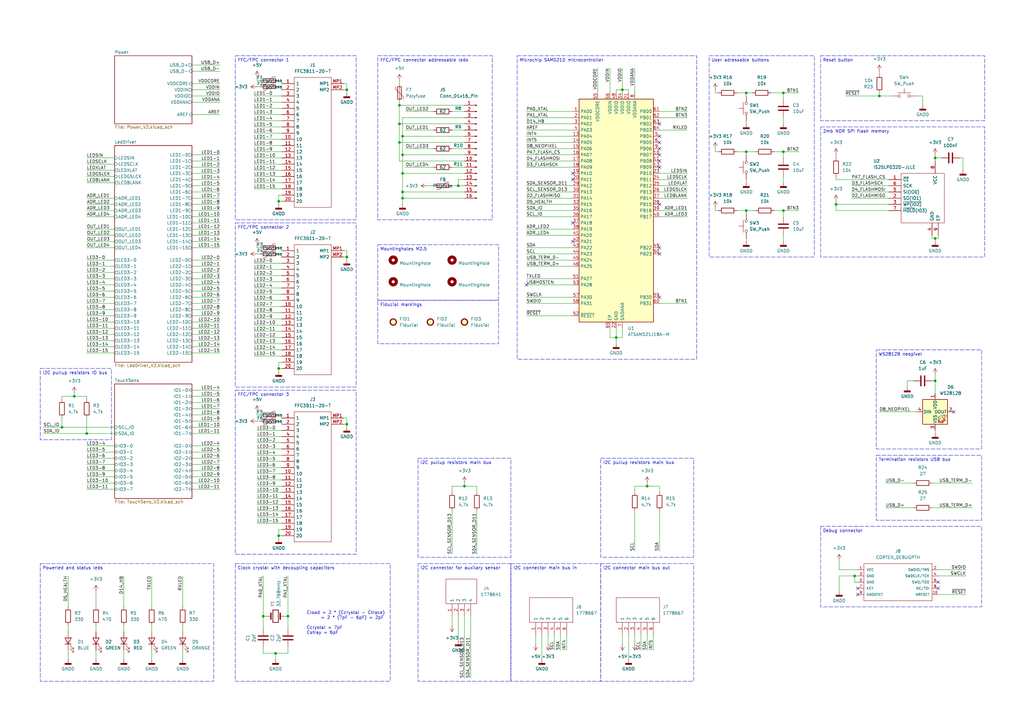
<source format=kicad_sch>
(kicad_sch (version 20230121) (generator eeschema)
  (paper "A3")
  (title_block (title "Led driver board BabySim") (date "22-09-2023") (rev "V1.0") (company "Health Concept Lab") (comment 1 "Author(s): Emiel Visser & Joris Bol"))
  (junction (at 321.31 38.1))
  (junction (at 255.27 36.83))
  (junction (at 163.83 43.18))
  (junction (at 114.3 151.13))
  (junction (at 107.95 252.73))
  (junction (at 190.5 199.39))
  (junction (at 321.31 62.23))
  (junction (at 383.54 156.21))
  (junction (at 142.24 173.99))
  (junction (at 165.1 71.12))
  (junction (at 142.24 36.83))
  (junction (at 306.07 62.23))
  (junction (at 30.48 162.56))
  (junction (at 118.11 252.73))
  (junction (at 383.54 97.79))
  (junction (at 350.52 236.22))
  (junction (at 165.1 78.74))
  (junction (at 165.1 81.28))
  (junction (at 25.4 175.26))
  (junction (at 252.73 138.43))
  (junction (at 383.54 64.77))
  (junction (at 342.9 83.82))
  (junction (at 163.83 58.42))
  (junction (at 142.24 105.41))
  (junction (at 321.31 86.36))
  (junction (at 114.3 219.71))
  (junction (at 265.43 199.39))
  (junction (at 163.83 50.8))
  (junction (at 360.68 39.37))
  (junction (at 165.1 55.88))
  (junction (at 187.96 76.2))
  (junction (at 113.03 267.97))
  (junction (at 114.3 82.55))
  (junction (at 165.1 63.5))
  (junction (at 306.07 38.1))
  (junction (at 306.07 86.36))
  (junction (at 35.56 177.8))
  (no_connect (at 384.81 238.76))
  (no_connect (at 270.51 104.14))
  (no_connect (at 351.79 241.3))
  (no_connect (at 234.95 73.66))
  (no_connect (at 270.51 55.88))
  (no_connect (at 270.51 83.82))
  (no_connect (at 391.16 168.91))
  (no_connect (at 234.95 71.12))
  (no_connect (at 384.81 241.3))
  (no_connect (at 351.79 243.84))
  (no_connect (at 215.9 116.84))
  (no_connect (at 234.95 91.44))
  (no_connect (at 270.51 68.58))
  (no_connect (at 270.51 121.92))
  (no_connect (at 270.51 60.96))
  (no_connect (at 270.51 101.6))
  (no_connect (at 234.95 99.06))
  (no_connect (at 270.51 58.42))
  (no_connect (at 270.51 50.8))
  (no_connect (at 270.51 66.04))
  (no_connect (at 270.51 63.5))
  (wire (pts (xy 104.14 118.11) (xy 115.57 118.11)))
  (wire (pts (xy 104.14 130.81) (xy 115.57 130.81)))
  (wire (pts (xy 185.42 256.54) (xy 185.42 252.73)))
  (wire (pts (xy 90.17 76.2) (xy 78.74 76.2)))
  (wire (pts (xy 105.41 172.72) (xy 106.68 172.72)))
  (wire (pts (xy 260.35 199.39) (xy 265.43 199.39)))
  (wire (pts (xy 185.42 76.2) (xy 187.96 76.2)))
  (wire (pts (xy 39.37 256.54) (xy 39.37 259.08)))
  (wire (pts (xy 35.56 111.76) (xy 46.99 111.76)))
  (wire (pts (xy 90.17 121.92) (xy 78.74 121.92)))
  (wire (pts (xy 190.5 66.04) (xy 163.83 66.04)))
  (wire (pts (xy 293.37 38.1) (xy 293.37 36.83)))
  (wire (pts (xy 118.11 257.81) (xy 118.11 252.73)))
  (wire (pts (xy 90.17 81.28) (xy 78.74 81.28)))
  (wire (pts (xy 105.41 189.23) (xy 115.57 189.23)))
  (wire (pts (xy 35.56 171.45) (xy 35.56 177.8)))
  (wire (pts (xy 142.24 34.29) (xy 142.24 36.83)))
  (wire (pts (xy 90.17 63.5) (xy 78.74 63.5)))
  (wire (pts (xy 62.23 236.22) (xy 62.23 248.92)))
  (wire (pts (xy 302.26 38.1) (xy 306.07 38.1)))
  (wire (pts (xy 255.27 36.83) (xy 252.73 36.83)))
  (wire (pts (xy 270.51 201.93) (xy 270.51 199.39)))
  (wire (pts (xy 344.17 233.68) (xy 351.79 233.68)))
  (wire (pts (xy 232.41 260.35) (xy 232.41 266.7)))
  (wire (pts (xy 113.03 267.97) (xy 118.11 267.97)))
  (wire (pts (xy 363.22 198.12) (xy 374.65 198.12)))
  (wire (pts (xy 90.17 106.68) (xy 78.74 106.68)))
  (wire (pts (xy 215.9 60.96) (xy 234.95 60.96)))
  (wire (pts (xy 270.51 209.55) (xy 270.51 226.06)))
  (wire (pts (xy 224.79 260.35) (xy 224.79 264.16)))
  (wire (pts (xy 115.57 82.55) (xy 114.3 82.55)))
  (wire (pts (xy 115.57 172.72) (xy 114.3 172.72)))
  (wire (pts (xy 78.74 198.12) (xy 90.17 198.12)))
  (wire (pts (xy 306.07 97.79) (xy 306.07 99.06)))
  (wire (pts (xy 166.37 68.58) (xy 177.8 68.58)))
  (wire (pts (xy 74.93 256.54) (xy 74.93 259.08)))
  (wire (pts (xy 35.56 72.39) (xy 46.99 72.39)))
  (wire (pts (xy 227.33 260.35) (xy 227.33 266.7)))
  (wire (pts (xy 187.96 76.2) (xy 190.5 76.2)))
  (wire (pts (xy 342.9 83.82) (xy 364.49 83.82)))
  (wire (pts (xy 344.17 236.22) (xy 350.52 236.22)))
  (wire (pts (xy 165.1 78.74) (xy 165.1 71.12)))
  (wire (pts (xy 140.97 171.45) (xy 142.24 171.45)))
  (wire (pts (xy 165.1 81.28) (xy 190.5 81.28)))
  (wire (pts (xy 115.57 101.6) (xy 115.57 102.87)))
  (wire (pts (xy 90.17 86.36) (xy 78.74 86.36)))
  (wire (pts (xy 185.42 60.96) (xy 190.5 60.96)))
  (wire (pts (xy 90.17 137.16) (xy 78.74 137.16)))
  (wire (pts (xy 257.81 260.35) (xy 257.81 270.51)))
  (wire (pts (xy 349.25 81.28) (xy 364.49 81.28)))
  (wire (pts (xy 215.9 58.42) (xy 234.95 58.42)))
  (wire (pts (xy 90.17 175.26) (xy 78.74 175.26)))
  (wire (pts (xy 306.07 86.36) (xy 306.07 87.63)))
  (wire (pts (xy 349.25 78.74) (xy 364.49 78.74)))
  (wire (pts (xy 306.07 38.1) (xy 308.61 38.1)))
  (wire (pts (xy 105.41 194.31) (xy 115.57 194.31)))
  (wire (pts (xy 104.14 143.51) (xy 115.57 143.51)))
  (wire (pts (xy 383.54 156.21) (xy 382.27 156.21)))
  (wire (pts (xy 104.14 115.57) (xy 115.57 115.57)))
  (wire (pts (xy 74.93 236.22) (xy 74.93 248.92)))
  (wire (pts (xy 321.31 62.23) (xy 327.66 62.23)))
  (wire (pts (xy 90.17 73.66) (xy 78.74 73.66)))
  (wire (pts (xy 185.42 209.55) (xy 185.42 227.33)))
  (wire (pts (xy 255.27 260.35) (xy 255.27 264.16)))
  (wire (pts (xy 78.74 185.42) (xy 90.17 185.42)))
  (wire (pts (xy 105.41 35.56) (xy 106.68 35.56)))
  (wire (pts (xy 245.11 27.94) (xy 245.11 38.1)))
  (wire (pts (xy 165.1 55.88) (xy 190.5 55.88)))
  (wire (pts (xy 294.64 38.1) (xy 293.37 38.1)))
  (wire (pts (xy 90.17 91.44) (xy 78.74 91.44)))
  (wire (pts (xy 190.5 73.66) (xy 187.96 73.66)))
  (wire (pts (xy 260.35 226.06) (xy 260.35 209.55)))
  (wire (pts (xy 270.51 88.9) (xy 281.94 88.9)))
  (wire (pts (xy 27.94 236.22) (xy 27.94 248.92)))
  (wire (pts (xy 344.17 242.57) (xy 344.17 236.22)))
  (wire (pts (xy 104.14 135.89) (xy 115.57 135.89)))
  (wire (pts (xy 306.07 73.66) (xy 306.07 74.93)))
  (wire (pts (xy 105.41 184.15) (xy 115.57 184.15)))
  (wire (pts (xy 360.68 29.21) (xy 360.68 30.48)))
  (wire (pts (xy 384.81 236.22) (xy 396.24 236.22)))
  (wire (pts (xy 115.57 148.59) (xy 114.3 148.59)))
  (wire (pts (xy 104.14 128.27) (xy 115.57 128.27)))
  (wire (pts (xy 185.42 68.58) (xy 190.5 68.58)))
  (wire (pts (xy 166.37 53.34) (xy 177.8 53.34)))
  (wire (pts (xy 260.35 260.35) (xy 260.35 264.16)))
  (wire (pts (xy 118.11 252.73) (xy 118.11 236.22)))
  (wire (pts (xy 104.14 69.85) (xy 115.57 69.85)))
  (wire (pts (xy 35.56 185.42) (xy 46.99 185.42)))
  (wire (pts (xy 321.31 96.52) (xy 321.31 99.06)))
  (wire (pts (xy 35.56 121.92) (xy 46.99 121.92)))
  (wire (pts (xy 321.31 86.36) (xy 327.66 86.36)))
  (wire (pts (xy 294.64 86.36) (xy 293.37 86.36)))
  (wire (pts (xy 309.88 86.36) (xy 306.07 86.36)))
  (wire (pts (xy 25.4 162.56) (xy 25.4 163.83)))
  (wire (pts (xy 35.56 124.46) (xy 46.99 124.46)))
  (wire (pts (xy 25.4 175.26) (xy 46.99 175.26)))
  (wire (pts (xy 190.5 198.12) (xy 190.5 199.39)))
  (wire (pts (xy 107.95 252.73) (xy 109.22 252.73)))
  (wire (pts (xy 215.9 124.46) (xy 234.95 124.46)))
  (wire (pts (xy 114.3 80.01) (xy 114.3 82.55)))
  (wire (pts (xy 346.71 39.37) (xy 360.68 39.37)))
  (wire (pts (xy 321.31 86.36) (xy 317.5 86.36)))
  (wire (pts (xy 349.25 76.2) (xy 364.49 76.2)))
  (wire (pts (xy 118.11 252.73) (xy 116.84 252.73)))
  (wire (pts (xy 215.9 109.22) (xy 234.95 109.22)))
  (wire (pts (xy 265.43 198.12) (xy 265.43 199.39)))
  (wire (pts (xy 90.17 162.56) (xy 78.74 162.56)))
  (wire (pts (xy 90.17 119.38) (xy 78.74 119.38)))
  (wire (pts (xy 90.17 132.08) (xy 78.74 132.08)))
  (wire (pts (xy 104.14 49.53) (xy 115.57 49.53)))
  (wire (pts (xy 115.57 172.72) (xy 115.57 173.99)))
  (wire (pts (xy 270.51 81.28) (xy 281.94 81.28)))
  (wire (pts (xy 215.9 104.14) (xy 234.95 104.14)))
  (wire (pts (xy 342.9 63.5) (xy 342.9 64.77)))
  (wire (pts (xy 50.8 236.22) (xy 50.8 248.92)))
  (wire (pts (xy 270.51 48.26) (xy 281.94 48.26)))
  (wire (pts (xy 104.14 133.35) (xy 115.57 133.35)))
  (wire (pts (xy 115.57 33.02) (xy 115.57 34.29)))
  (wire (pts (xy 382.27 198.12) (xy 398.78 198.12)))
  (wire (pts (xy 293.37 62.23) (xy 293.37 60.96)))
  (wire (pts (xy 165.1 63.5) (xy 190.5 63.5)))
  (wire (pts (xy 104.14 138.43) (xy 115.57 138.43)))
  (wire (pts (xy 115.57 33.02) (xy 114.3 33.02)))
  (wire (pts (xy 104.14 52.07) (xy 115.57 52.07)))
  (wire (pts (xy 321.31 62.23) (xy 317.5 62.23)))
  (wire (pts (xy 105.41 212.09) (xy 115.57 212.09)))
  (wire (pts (xy 115.57 80.01) (xy 114.3 80.01)))
  (wire (pts (xy 90.17 167.64) (xy 78.74 167.64)))
  (wire (pts (xy 270.51 73.66) (xy 281.94 73.66)))
  (wire (pts (xy 215.9 45.72) (xy 234.95 45.72)))
  (wire (pts (xy 321.31 38.1) (xy 316.23 38.1)))
  (wire (pts (xy 35.56 74.93) (xy 46.99 74.93)))
  (wire (pts (xy 255.27 134.62) (xy 255.27 138.43)))
  (wire (pts (xy 104.14 67.31) (xy 115.57 67.31)))
  (wire (pts (xy 360.68 38.1) (xy 360.68 39.37)))
  (wire (pts (xy 105.41 209.55) (xy 115.57 209.55)))
  (wire (pts (xy 78.74 193.04) (xy 90.17 193.04)))
  (wire (pts (xy 142.24 102.87) (xy 142.24 105.41)))
  (wire (pts (xy 163.83 50.8) (xy 163.83 43.18)))
  (wire (pts (xy 372.11 158.75) (xy 372.11 156.21)))
  (wire (pts (xy 215.9 83.82) (xy 234.95 83.82)))
  (wire (pts (xy 175.26 76.2) (xy 177.8 76.2)))
  (wire (pts (xy 35.56 101.6) (xy 46.99 101.6)))
  (wire (pts (xy 35.56 127) (xy 46.99 127)))
  (wire (pts (xy 35.56 195.58) (xy 46.99 195.58)))
  (wire (pts (xy 383.54 64.77) (xy 383.54 66.04)))
  (wire (pts (xy 163.83 66.04) (xy 163.83 58.42)))
  (wire (pts (xy 229.87 260.35) (xy 229.87 266.7)))
  (wire (pts (xy 142.24 105.41) (xy 140.97 105.41)))
  (wire (pts (xy 104.14 41.91) (xy 115.57 41.91)))
  (wire (pts (xy 35.56 116.84) (xy 46.99 116.84)))
  (wire (pts (xy 350.52 238.76) (xy 351.79 238.76)))
  (wire (pts (xy 255.27 138.43) (xy 252.73 138.43)))
  (wire (pts (xy 90.17 111.76) (xy 78.74 111.76)))
  (wire (pts (xy 104.14 46.99) (xy 115.57 46.99)))
  (wire (pts (xy 190.5 199.39) (xy 195.58 199.39)))
  (wire (pts (xy 260.35 27.94) (xy 260.35 38.1)))
  (wire (pts (xy 104.14 39.37) (xy 115.57 39.37)))
  (wire (pts (xy 384.81 97.79) (xy 383.54 97.79)))
  (wire (pts (xy 270.51 71.12) (xy 281.94 71.12)))
  (wire (pts (xy 321.31 88.9) (xy 321.31 86.36)))
  (wire (pts (xy 140.97 102.87) (xy 142.24 102.87)))
  (wire (pts (xy 215.9 114.3) (xy 234.95 114.3)))
  (wire (pts (xy 104.14 74.93) (xy 115.57 74.93)))
  (wire (pts (xy 185.42 53.34) (xy 190.5 53.34)))
  (wire (pts (xy 321.31 40.64) (xy 321.31 38.1)))
  (wire (pts (xy 190.5 278.13) (xy 190.5 252.73)))
  (wire (pts (xy 321.31 72.39) (xy 321.31 74.93)))
  (wire (pts (xy 105.41 214.63) (xy 115.57 214.63)))
  (wire (pts (xy 115.57 104.14) (xy 115.57 105.41)))
  (wire (pts (xy 39.37 242.57) (xy 39.37 248.92)))
  (wire (pts (xy 215.9 50.8) (xy 234.95 50.8)))
  (wire (pts (xy 360.68 39.37) (xy 365.76 39.37)))
  (wire (pts (xy 363.22 208.28) (xy 374.65 208.28)))
  (wire (pts (xy 90.17 165.1) (xy 78.74 165.1)))
  (wire (pts (xy 115.57 170.18) (xy 115.57 171.45)))
  (wire (pts (xy 50.8 256.54) (xy 50.8 259.08)))
  (wire (pts (xy 104.14 146.05) (xy 115.57 146.05)))
  (wire (pts (xy 90.17 127) (xy 78.74 127)))
  (wire (pts (xy 104.14 62.23) (xy 115.57 62.23)))
  (wire (pts (xy 78.74 46.99) (xy 90.17 46.99)))
  (wire (pts (xy 105.41 199.39) (xy 115.57 199.39)))
  (wire (pts (xy 321.31 64.77) (xy 321.31 62.23)))
  (wire (pts (xy 35.56 134.62) (xy 46.99 134.62)))
  (wire (pts (xy 35.56 129.54) (xy 46.99 129.54)))
  (wire (pts (xy 215.9 129.54) (xy 234.95 129.54)))
  (wire (pts (xy 90.17 88.9) (xy 78.74 88.9)))
  (wire (pts (xy 114.3 217.17) (xy 114.3 219.71)))
  (wire (pts (xy 360.68 168.91) (xy 375.92 168.91)))
  (wire (pts (xy 163.83 41.91) (xy 163.83 43.18)))
  (wire (pts (xy 105.41 101.6) (xy 106.68 101.6)))
  (wire (pts (xy 78.74 34.29) (xy 90.17 34.29)))
  (wire (pts (xy 105.41 104.14) (xy 106.68 104.14)))
  (wire (pts (xy 270.51 124.46) (xy 281.94 124.46)))
  (wire (pts (xy 267.97 260.35) (xy 267.97 266.7)))
  (wire (pts (xy 35.56 83.82) (xy 46.99 83.82)))
  (wire (pts (xy 39.37 266.7) (xy 39.37 270.51)))
  (wire (pts (xy 90.17 142.24) (xy 78.74 142.24)))
  (wire (pts (xy 118.11 267.97) (xy 118.11 265.43)))
  (wire (pts (xy 113.03 267.97) (xy 113.03 270.51)))
  (wire (pts (xy 142.24 36.83) (xy 140.97 36.83)))
  (wire (pts (xy 215.9 93.98) (xy 234.95 93.98)))
  (wire (pts (xy 166.37 45.72) (xy 177.8 45.72)))
  (wire (pts (xy 165.1 81.28) (xy 165.1 78.74)))
  (wire (pts (xy 195.58 209.55) (xy 195.58 227.33)))
  (wire (pts (xy 115.57 35.56) (xy 115.57 36.83)))
  (wire (pts (xy 215.9 78.74) (xy 234.95 78.74)))
  (wire (pts (xy 165.1 71.12) (xy 190.5 71.12)))
  (wire (pts (xy 114.3 152.4) (xy 114.3 151.13)))
  (wire (pts (xy 105.41 170.18) (xy 106.68 170.18)))
  (wire (pts (xy 250.19 27.94) (xy 250.19 38.1)))
  (wire (pts (xy 115.57 170.18) (xy 114.3 170.18)))
  (wire (pts (xy 35.56 190.5) (xy 46.99 190.5)))
  (wire (pts (xy 90.17 124.46) (xy 78.74 124.46)))
  (wire (pts (xy 342.9 82.55) (xy 342.9 83.82)))
  (wire (pts (xy 105.41 33.02) (xy 105.41 31.75)))
  (wire (pts (xy 114.3 148.59) (xy 114.3 151.13)))
  (wire (pts (xy 166.37 60.96) (xy 177.8 60.96)))
  (wire (pts (xy 190.5 50.8) (xy 163.83 50.8)))
  (wire (pts (xy 105.41 168.91) (xy 105.41 170.18)))
  (wire (pts (xy 90.17 114.3) (xy 78.74 114.3)))
  (wire (pts (xy 383.54 64.77) (xy 386.08 64.77)))
  (wire (pts (xy 215.9 88.9) (xy 234.95 88.9)))
  (wire (pts (xy 382.27 208.28) (xy 398.78 208.28)))
  (wire (pts (xy 351.79 236.22) (xy 350.52 236.22)))
  (wire (pts (xy 215.9 106.68) (xy 234.95 106.68)))
  (wire (pts (xy 78.74 195.58) (xy 90.17 195.58)))
  (wire (pts (xy 104.14 57.15) (xy 115.57 57.15)))
  (wire (pts (xy 78.74 36.83) (xy 90.17 36.83)))
  (wire (pts (xy 215.9 48.26) (xy 234.95 48.26)))
  (wire (pts (xy 35.56 200.66) (xy 46.99 200.66)))
  (wire (pts (xy 281.94 53.34) (xy 270.51 53.34)))
  (wire (pts (xy 215.9 63.5) (xy 234.95 63.5)))
  (wire (pts (xy 104.14 54.61) (xy 115.57 54.61)))
  (wire (pts (xy 252.73 134.62) (xy 252.73 138.43)))
  (wire (pts (xy 90.17 101.6) (xy 78.74 101.6)))
  (wire (pts (xy 35.56 139.7) (xy 46.99 139.7)))
  (wire (pts (xy 384.81 233.68) (xy 396.24 233.68)))
  (wire (pts (xy 270.51 76.2) (xy 281.94 76.2)))
  (wire (pts (xy 384.81 243.84) (xy 396.24 243.84)))
  (wire (pts (xy 190.5 58.42) (xy 163.83 58.42)))
  (wire (pts (xy 309.88 62.23) (xy 306.07 62.23)))
  (wire (pts (xy 383.54 97.79) (xy 383.54 99.06)))
  (wire (pts (xy 383.54 153.67) (xy 383.54 156.21)))
  (wire (pts (xy 383.54 161.29) (xy 383.54 156.21)))
  (wire (pts (xy 35.56 182.88) (xy 46.99 182.88)))
  (wire (pts (xy 252.73 36.83) (xy 252.73 38.1)))
  (wire (pts (xy 115.57 35.56) (xy 114.3 35.56)))
  (wire (pts (xy 30.48 162.56) (xy 35.56 162.56)))
  (wire (pts (xy 306.07 62.23) (xy 306.07 63.5)))
  (wire (pts (xy 90.17 66.04) (xy 78.74 66.04)))
  (wire (pts (xy 185.42 199.39) (xy 185.42 201.93)))
  (wire (pts (xy 90.17 93.98) (xy 78.74 93.98)))
  (wire (pts (xy 35.56 93.98) (xy 46.99 93.98)))
  (wire (pts (xy 27.94 256.54) (xy 27.94 259.08)))
  (wire (pts (xy 165.1 83.82) (xy 165.1 81.28)))
  (wire (pts (xy 90.17 177.8) (xy 78.74 177.8)))
  (wire (pts (xy 378.46 39.37) (xy 375.92 39.37)))
  (wire (pts (xy 384.81 96.52) (xy 384.81 97.79)))
  (wire (pts (xy 294.64 62.23) (xy 293.37 62.23)))
  (wire (pts (xy 372.11 156.21) (xy 374.65 156.21)))
  (wire (pts (xy 90.17 172.72) (xy 78.74 172.72)))
  (wire (pts (xy 35.56 109.22) (xy 46.99 109.22)))
  (wire (pts (xy 270.51 78.74) (xy 281.94 78.74)))
  (wire (pts (xy 90.17 134.62) (xy 78.74 134.62)))
  (wire (pts (xy 163.83 58.42) (xy 163.83 50.8)))
  (wire (pts (xy 306.07 38.1) (xy 306.07 39.37)))
  (wire (pts (xy 105.41 179.07) (xy 115.57 179.07)))
  (wire (pts (xy 142.24 173.99) (xy 140.97 173.99)))
  (wire (pts (xy 78.74 182.88) (xy 90.17 182.88)))
  (wire (pts (xy 321.31 38.1) (xy 327.66 38.1)))
  (wire (pts (xy 185.42 45.72) (xy 190.5 45.72)))
  (wire (pts (xy 78.74 39.37) (xy 90.17 39.37)))
  (wire (pts (xy 90.17 96.52) (xy 78.74 96.52)))
  (wire (pts (xy 105.41 181.61) (xy 115.57 181.61)))
  (wire (pts (xy 195.58 201.93) (xy 195.58 199.39)))
  (wire (pts (xy 104.14 107.95) (xy 115.57 107.95)))
  (wire (pts (xy 193.04 278.13) (xy 193.04 252.73)))
  (wire (pts (xy 215.9 53.34) (xy 234.95 53.34)))
  (wire (pts (xy 90.17 78.74) (xy 78.74 78.74)))
  (wire (pts (xy 78.74 26.67) (xy 90.17 26.67)))
  (wire (pts (xy 30.48 161.29) (xy 30.48 162.56)))
  (wire (pts (xy 90.17 170.18) (xy 78.74 170.18)))
  (wire (pts (xy 165.1 55.88) (xy 165.1 48.26)))
  (wire (pts (xy 142.24 106.68) (xy 142.24 105.41)))
  (wire (pts (xy 165.1 78.74) (xy 190.5 78.74)))
  (wire (pts (xy 105.41 176.53) (xy 115.57 176.53)))
  (wire (pts (xy 17.78 177.8) (xy 35.56 177.8)))
  (wire (pts (xy 104.14 59.69) (xy 115.57 59.69)))
  (wire (pts (xy 78.74 200.66) (xy 90.17 200.66)))
  (wire (pts (xy 107.95 257.81) (xy 107.95 252.73)))
  (wire (pts (xy 165.1 71.12) (xy 165.1 63.5)))
  (wire (pts (xy 104.14 44.45) (xy 115.57 44.45)))
  (wire (pts (xy 78.74 190.5) (xy 90.17 190.5)))
  (wire (pts (xy 260.35 199.39) (xy 260.35 201.93)))
  (wire (pts (xy 255.27 27.94) (xy 255.27 36.83)))
  (wire (pts (xy 105.41 191.77) (xy 115.57 191.77)))
  (wire (pts (xy 104.14 123.19) (xy 115.57 123.19)))
  (wire (pts (xy 35.56 177.8) (xy 46.99 177.8)))
  (wire (pts (xy 35.56 99.06) (xy 46.99 99.06)))
  (wire (pts (xy 62.23 256.54) (xy 62.23 259.08)))
  (wire (pts (xy 35.56 142.24) (xy 46.99 142.24)))
  (wire (pts (xy 293.37 86.36) (xy 293.37 85.09)))
  (wire (pts (xy 250.19 138.43) (xy 252.73 138.43)))
  (wire (pts (xy 215.9 86.36) (xy 234.95 86.36)))
  (wire (pts (xy 35.56 69.85) (xy 46.99 69.85)))
  (wire (pts (xy 142.24 175.26) (xy 142.24 173.99)))
  (wire (pts (xy 17.78 175.26) (xy 25.4 175.26)))
  (wire (pts (xy 187.96 73.66) (xy 187.96 76.2)))
  (wire (pts (xy 265.43 199.39) (xy 270.51 199.39)))
  (wire (pts (xy 78.74 187.96) (xy 90.17 187.96)))
  (wire (pts (xy 90.17 99.06) (xy 78.74 99.06)))
  (wire (pts (xy 394.97 69.85) (xy 394.97 64.77)))
  (wire (pts (xy 27.94 266.7) (xy 27.94 270.51)))
  (wire (pts (xy 163.83 34.29) (xy 163.83 33.02)))
  (wire (pts (xy 90.17 68.58) (xy 78.74 68.58)))
  (wire (pts (xy 35.56 96.52) (xy 46.99 96.52)))
  (wire (pts (xy 35.56 86.36) (xy 46.99 86.36)))
  (wire (pts (xy 104.14 77.47) (xy 115.57 77.47)))
  (wire (pts (xy 35.56 163.83) (xy 35.56 162.56)))
  (wire (pts (xy 35.56 144.78) (xy 46.99 144.78)))
  (wire (pts (xy 104.14 125.73) (xy 115.57 125.73)))
  (wire (pts (xy 252.73 138.43) (xy 252.73 140.97)))
  (wire (pts (xy 342.9 72.39) (xy 342.9 73.66)))
  (wire (pts (xy 394.97 64.77) (xy 393.7 64.77)))
  (wire (pts (xy 90.17 116.84) (xy 78.74 116.84)))
  (wire (pts (xy 90.17 71.12) (xy 78.74 71.12)))
  (wire (pts (xy 78.74 29.21) (xy 90.17 29.21)))
  (wire (pts (xy 114.3 220.98) (xy 114.3 219.71)))
  (wire (pts (xy 350.52 236.22) (xy 350.52 238.76)))
  (wire (pts (xy 107.95 265.43) (xy 107.95 267.97)))
  (wire (pts (xy 90.17 144.78) (xy 78.74 144.78)))
  (wire (pts (xy 50.8 266.7) (xy 50.8 270.51)))
  (wire (pts (xy 35.56 137.16) (xy 46.99 137.16)))
  (wire (pts (xy 35.56 81.28) (xy 46.99 81.28)))
  (wire (pts (xy 107.95 267.97) (xy 113.03 267.97)))
  (wire (pts (xy 140.97 34.29) (xy 142.24 34.29)))
  (wire (pts (xy 215.9 66.04) (xy 234.95 66.04)))
  (wire (pts (xy 115.57 101.6) (xy 114.3 101.6)))
  (wire (pts (xy 90.17 109.22) (xy 78.74 109.22)))
  (wire (pts (xy 187.96 262.89) (xy 187.96 252.73)))
  (wire (pts (xy 35.56 114.3) (xy 46.99 114.3)))
  (wire (pts (xy 25.4 162.56) (xy 30.48 162.56)))
  (wire (pts (xy 104.14 72.39) (xy 115.57 72.39)))
  (wire (pts (xy 321.31 48.26) (xy 321.31 50.8)))
  (wire (pts (xy 35.56 64.77) (xy 46.99 64.77)))
  (wire (pts (xy 35.56 67.31) (xy 46.99 67.31)))
  (wire (pts (xy 222.25 260.35) (xy 222.25 270.51)))
  (wire (pts (xy 142.24 38.1) (xy 142.24 36.83)))
  (wire (pts (xy 215.9 68.58) (xy 234.95 68.58)))
  (wire (pts (xy 165.1 63.5) (xy 165.1 55.88)))
  (wire (pts (xy 74.93 266.7) (xy 74.93 270.51)))
  (wire (pts (xy 342.9 86.36) (xy 364.49 86.36)))
  (wire (pts (xy 344.17 229.87) (xy 344.17 233.68)))
  (wire (pts (xy 302.26 86.36) (xy 306.07 86.36)))
  (wire (pts (xy 105.41 33.02) (xy 106.68 33.02)))
  (wire (pts (xy 104.14 113.03) (xy 115.57 113.03)))
  (wire (pts (xy 270.51 86.36) (xy 281.94 86.36)))
  (wire (pts (xy 62.23 266.7) (xy 62.23 270.51)))
  (wire (pts (xy 163.83 43.18) (xy 190.5 43.18)))
  (wire (pts (xy 215.9 55.88) (xy 234.95 55.88)))
  (wire (pts (xy 104.14 140.97) (xy 115.57 140.97)))
  (wire (pts (xy 35.56 106.68) (xy 46.99 106.68)))
  (wire (pts (xy 35.56 198.12) (xy 46.99 198.12)))
  (wire (pts (xy 105.41 101.6) (xy 105.41 100.33)))
  (wire (pts (xy 25.4 171.45) (xy 25.4 175.26)))
  (wire (pts (xy 383.54 63.5) (xy 383.54 64.77)))
  (wire (pts (xy 90.17 129.54) (xy 78.74 129.54)))
  (wire (pts (xy 114.3 219.71) (xy 115.57 219.71)))
  (wire (pts (xy 302.26 62.23) (xy 306.07 62.23)))
  (wire (pts (xy 383.54 176.53) (xy 383.54 177.8)))
  (wire (pts (xy 115.57 104.14) (xy 114.3 104.14)))
  (wire (pts (xy 257.81 38.1) (xy 257.81 36.83)))
  (wire (pts (xy 105.41 196.85) (xy 115.57 196.85)))
  (wire (pts (xy 215.9 76.2) (xy 234.95 76.2)))
  (wire (pts (xy 257.81 36.83) (xy 255.27 36.83)))
  (wire (pts (xy 90.17 139.7) (xy 78.74 139.7)))
  (wire (pts (xy 250.19 134.62) (xy 250.19 138.43)))
  (wire (pts (xy 104.14 64.77) (xy 115.57 64.77)))
  (wire (pts (xy 383.54 97.79) (xy 382.27 97.79)))
  (wire (pts (xy 255.27 36.83) (xy 255.27 38.1)))
  (wire (pts (xy 35.56 187.96) (xy 46.99 187.96)))
  (wire (pts (xy 215.9 101.6) (xy 234.95 101.6)))
  (wire (pts (xy 219.71 260.35) (xy 219.71 264.16)))
  (wire (pts (xy 165.1 48.26) (xy 190.5 48.26)))
  (wire (pts (xy 35.56 119.38) (xy 46.99 119.38)))
  (wire (pts (xy 215.9 121.92) (xy 234.95 121.92)))
  (wire (pts (xy 114.3 83.82) (xy 114.3 82.55)))
  (wire (pts (xy 90.17 160.02) (xy 78.74 160.02)))
  (wire (pts (xy 35.56 193.04) (xy 46.99 193.04)))
  (wire (pts (xy 215.9 96.52) (xy 234.95 96.52)))
  (wire (pts (xy 78.74 41.91) (xy 90.17 41.91)))
  (wire (pts (xy 142.24 171.45) (xy 142.24 173.99)))
  (wire (pts (xy 35.56 132.08) (xy 46.99 132.08)))
  (wire (pts (xy 104.14 120.65) (xy 115.57 120.65)))
  (wire (pts (xy 114.3 151.13) (xy 115.57 151.13)))
  (wire (pts (xy 90.17 83.82) (xy 78.74 83.82)))
  (wire (pts (xy 105.41 186.69) (xy 115.57 186.69)))
  (wire (pts (xy 215.9 116.84) (xy 234.95 116.84)))
  (wire (pts (xy 306.07 49.53) (xy 306.07 50.8)))
  (wire (pts (xy 265.43 260.35) (xy 265.43 266.7)))
  (wire (pts (xy 382.27 97.79) (xy 382.27 96.52)))
  (wire (pts (xy 378.46 43.18) (xy 378.46 39.37)))
  (wire (pts (xy 342.9 83.82) (xy 342.9 86.36)))
  (wire (pts (xy 35.56 88.9) (xy 46.99 88.9)))
  (wire (pts (xy 270.51 45.72) (xy 281.94 45.72)))
  (wire (pts (xy 185.42 199.39) (xy 190.5 199.39)))
  (wire (pts (xy 262.89 260.35) (xy 262.89 266.7)))
  (wire (pts (xy 105.41 207.01) (xy 115.57 207.01)))
  (wire (pts (xy 342.9 73.66) (xy 364.49 73.66)))
  (wire (pts (xy 107.95 252.73) (xy 107.95 236.22)))
  (wire (pts (xy 215.9 81.28) (xy 234.95 81.28)))
  (wire (pts (xy 115.57 217.17) (xy 114.3 217.17)))
  (wire (pts (xy 104.14 110.49) (xy 115.57 110.49)))
  (wire (pts (xy 105.41 201.93) (xy 115.57 201.93)))
  (wire (pts (xy 105.41 204.47) (xy 115.57 204.47)))
  (text_box "I2C connector main bus out" (at 246.38 231.14 0) (size 38.1 48.26) (stroke (width 0) (type dash)) (effects (font (size 1.27 1.27)) (justify left top)))
  (text_box "Clock crystal with decoupling capacitors" (at 96.52 231.14 0) (size 63.5 48.26) (stroke (width 0) (type dash)) (effects (font (size 1.27 1.27)) (justify left top)))
  (text_box "I2C pullup resistors main bus" (at 246.38 187.96 0) (size 38.1 40.64) (stroke (width 0) (type dash)) (effects (font (size 1.27 1.27)) (justify left top)))
  (text_box "User adressable buttons" (at 290.83 22.86 0) (size 43.18 82.55) (stroke (width 0) (type dash)) (effects (font (size 1.27 1.27)) (justify left top)))
  (text_box "FFC/FPC connector 3" (at 96.52 160.02 0) (size 49.53 67.31) (stroke (width 0) (type dash)) (effects (font (size 1.27 1.27)) (justify left top)))
  (text_box "I2C connector for auxilary sensor" (at 171.45 231.14 0) (size 38.1 48.26) (stroke (width 0) (type dash)) (effects (font (size 1.27 1.27)) (justify left top)))
  (text_box "I2C connector main bus in" (at 209.55 231.14 0) (size 36.83 48.26) (stroke (width 0) (type dash)) (effects (font (size 1.27 1.27)) (justify left top)))
  (text_box "Mountingholes M2.5" (at 154.94 100.33 0) (size 49.53 22.86) (stroke (width 0) (type dash)) (effects (font (size 1.27 1.27)) (justify left top)))
  (text_box "Debug connector" (at 336.55 215.9 0) (size 66.04 33.02) (stroke (width 0) (type dash)) (effects (font (size 1.27 1.27)) (justify left top)))
  (text_box "2mb NOR SPI flash memory" (at 336.55 52.07 0) (size 67.31 53.34) (stroke (width 0) (type dash)) (effects (font (size 1.27 1.27)) (justify left top)))
  (text_box "Termination resistors USB bus" (at 359.41 186.69 0) (size 43.18 26.67) (stroke (width 0) (type dash)) (effects (font (size 1.27 1.27)) (justify left top)))
  (text_box "I2C pullup resistors main bus" (at 171.45 187.96 0) (size 38.1 40.64) (stroke (width 0) (type dash)) (effects (font (size 1.27 1.27)) (justify left top)))
  (text_box "FFC/FPC connector addressable leds" (at 154.94 22.86 0) (size 46.99 67.31) (stroke (width 0) (type dash)) (effects (font (size 1.27 1.27)) (justify left top)))
  (text_box "Powerled and status leds" (at 16.51 231.14 0) (size 71.12 48.26) (stroke (width 0) (type dash)) (effects (font (size 1.27 1.27)) (justify left top)))
  (text_box "FFC/FPC connector 1" (at 96.52 22.86 0) (size 49.53 67.31) (stroke (width 0) (type dash)) (effects (font (size 1.27 1.27)) (justify left top)))
  (text_box "Reset button" (at 336.55 22.86 0) (size 67.31 26.67) (stroke (width 0) (type dash)) (effects (font (size 1.27 1.27)) (justify left top)))
  (text_box "Microchip SAMD21D microcontroller" (at 212.09 22.86 0) (size 73.66 124.46) (stroke (width 0) (type dash)) (effects (font (size 1.27 1.27)) (justify left top)))
  (text_box "Fiducial markings" (at 154.94 123.19 0) (size 49.53 17.78) (stroke (width 0) (type dash)) (effects (font (size 1.27 1.27)) (justify left top)))
  (text_box "FFC/FPC connector 2" (at 96.52 91.44 0) (size 49.53 67.31) (stroke (width 0) (type dash)) (effects (font (size 1.27 1.27)) (justify left top)))
  (text_box "I2C pullup resistors IO bus" (at 16.51 151.13 0) (size 29.21 29.21) (stroke (width 0) (type dash)) (effects (font (size 1.27 1.27)) (justify left top)))
  (text_box "WS2812B neopixel" (at 359.41 143.51 0) (size 43.18 40.64) (stroke (width 0) (type dash)) (effects (font (size 1.27 1.27)) (justify left top)))
  (text "Cload = 2 * (Ccrystal - Ctrace)\n      = 2 * (7pF - 6pF) = 2pF\n\nCcrystal = 7pF\nCstray = 6pF" (at 125.73 260.35 0) (effects (font (size 1.27 1.27)) (justify left bottom)))
  (label "LED2-11" (at 90.17 200.66 180))
  (label "LED3-11" (at 35.56 134.62 0))
  (label "LEDBLANK" (at 281.94 81.28 180))
  (label "BTN1" (at 327.66 38.1 180))
  (label "INT5" (at 267.97 266.7 90))
  (label "BTN3" (at 327.66 86.36 180))
  (label "LED3-9" (at 35.56 129.54 0))
  (label "AREF" (at 90.17 46.99 180))
  (label "LED2-3" (at 90.17 114.3 180))
  (label "LED3-9" (at 105.41 199.39 0))
  (label "LED1-8" (at 90.17 83.82 180))
  (label "OUT_LED3" (at 35.56 99.06 0))
  (label "LED3-5" (at 35.56 119.38 0))
  (label "D8_NEOPIXEL" (at 215.9 60.96 0))
  (label "LED3-5" (at 105.41 189.23 0))
  (label "USB_TERM_D-" (at 215.9 106.68 0))
  (label "SDA" (at 265.43 266.7 90))
  (label "SCL_SENSOR_D13" (at 190.5 278.13 90))
  (label "LED3-12" (at 105.41 207.01 0))
  (label "LED2-8" (at 104.14 128.27 0))
  (label "INT5" (at 215.9 58.42 0))
  (label "LEDXLAT" (at 35.56 69.85 0))
  (label "LED1-5" (at 90.17 162.56 180))
  (label "LED1-6" (at 90.17 165.1 180))
  (label "LED3-11" (at 35.56 200.66 0))
  (label "D3_FLASHSCK" (at 349.25 76.2 0))
  (label "ADR_LED1" (at 35.56 81.28 0))
  (label "LED3-12" (at 35.56 137.16 0))
  (label "BTN2" (at 281.94 45.72 180))
  (label "VDDIN" (at 250.19 27.94 270))
  (label "ADR_LED1" (at 281.94 86.36 180))
  (label "OUT_LED1" (at 166.37 53.34 0))
  (label "PA1_XTAL" (at 215.9 48.26 0))
  (label "SCL_SENSOR_D13" (at 215.9 78.74 0))
  (label "VDDIO" (at 255.27 27.94 270))
  (label "~{RESET}" (at 215.9 129.54 0))
  (label "LED3-4" (at 35.56 182.88 0))
  (label "LED2-1" (at 90.17 109.22 180))
  (label "VDDIO" (at 90.17 39.37 180))
  (label "LED1-12" (at 90.17 93.98 180))
  (label "D4_FLASHMOSI" (at 349.25 78.74 0))
  (label "LED1-14" (at 90.17 99.06 180))
  (label "OUT_LED4" (at 35.56 101.6 0))
  (label "LED2-10" (at 90.17 132.08 180))
  (label "LEDXLAT" (at 281.94 76.2 180))
  (label "LED3-5" (at 35.56 185.42 0))
  (label "LED1-15" (at 104.14 77.47 0))
  (label "LED1-9" (at 90.17 86.36 180))
  (label "LED3-10" (at 105.41 201.93 0))
  (label "BTN3" (at 281.94 48.26 180))
  (label "LED3-8" (at 105.41 196.85 0))
  (label "LEDGSLCK" (at 35.56 72.39 0))
  (label "SDA" (at 270.51 226.06 90))
  (label "LED3-10" (at 35.56 198.12 0))
  (label "SCL_IO" (at 17.78 175.26 0))
  (label "LEDBLANK" (at 35.56 74.93 0))
  (label "LED3-13" (at 105.41 209.55 0))
  (label "SDA_SENSOR_D11" (at 193.04 278.13 90))
  (label "OUT_LED4" (at 166.37 68.58 0))
  (label "SDA" (at 215.9 101.6 0))
  (label "LED2-6" (at 90.17 187.96 180))
  (label "LED1-6" (at 104.14 54.61 0))
  (label "LED2-0" (at 104.14 107.95 0))
  (label "USB_TERM_D-" (at 398.78 198.12 180))
  (label "LED3-8" (at 35.56 127 0))
  (label "TXLED" (at 215.9 114.3 0))
  (label "AREF" (at 215.9 53.34 0))
  (label "LED1-11" (at 104.14 67.31 0))
  (label "D3_FLASHSCK" (at 215.9 68.58 0))
  (label "LED2-9" (at 90.17 195.58 180))
  (label "LEDGSLCK" (at 281.94 78.74 180))
  (label "LED2-15" (at 104.14 146.05 0))
  (label "LED3-8" (at 35.56 193.04 0))
  (label "BTN2" (at 327.66 62.23 180))
  (label "LED2-6" (at 104.14 123.19 0))
  (label "LED1-2" (at 90.17 68.58 180))
  (label "LED3-15" (at 105.41 214.63 0))
  (label "LED1-8" (at 104.14 59.69 0))
  (label "LED3-6" (at 35.56 121.92 0))
  (label "LED2-10" (at 104.14 133.35 0))
  (label "LED1-7" (at 90.17 81.28 180))
  (label "LED3-0" (at 35.56 106.68 0))
  (label "LED2-3" (at 104.14 115.57 0))
  (label "LED3-15" (at 35.56 144.78 0))
  (label "VDDIN" (at 90.17 36.83 180))
  (label "LED1-10" (at 104.14 64.77 0))
  (label "LED1-11" (at 90.17 177.8 180))
  (label "LED3-7" (at 35.56 190.5 0))
  (label "LED1-7" (at 104.14 57.15 0))
  (label "LED2-7" (at 90.17 124.46 180))
  (label "LED2-1" (at 104.14 110.49 0))
  (label "RXLED" (at 281.94 53.34 180))
  (label "SCL" (at 262.89 266.7 90))
  (label "LED2-2" (at 104.14 113.03 0))
  (label "LED1-14" (at 104.14 74.93 0))
  (label "~{RESET}" (at 346.71 39.37 0))
  (label "LED1-13" (at 104.14 72.39 0))
  (label "PA0_XTAL" (at 215.9 45.72 0))
  (label "ADR_LED4" (at 215.9 96.52 0))
  (label "OUT_LED2" (at 166.37 45.72 0))
  (label "LED2-5" (at 90.17 119.38 180))
  (label "LED1-9" (at 90.17 172.72 180))
  (label "LED3-9" (at 35.56 195.58 0))
  (label "SDA_IO" (at 215.9 86.36 0))
  (label "PA7_FLASH_CS" (at 349.25 73.66 0))
  (label "SWDIO" (at 396.24 233.68 180))
  (label "LED3-14" (at 35.56 142.24 0))
  (label "ADR_LED2" (at 35.56 83.82 0))
  (label "LED2-7" (at 104.14 125.73 0))
  (label "LED1-0" (at 90.17 63.5 180))
  (label "D5_HEALTH" (at 215.9 83.82 0))
  (label "LED2-14" (at 90.17 142.24 180))
  (label "LED1-3" (at 104.14 46.99 0))
  (label "D5_HEALTH" (at 27.94 236.22 270))
  (label "LEDSIN" (at 35.56 64.77 0))
  (label "LED3-1" (at 105.41 179.07 0))
  (label "SCL" (at 215.9 104.14 0))
  (label "SCL_SENSOR_D13" (at 185.42 227.33 90))
  (label "LEDSIN" (at 281.94 71.12 180))
  (label "LED3-4" (at 105.41 186.69 0))
  (label "PA7_FLASH_CS" (at 215.9 63.5 0))
  (label "SDA_IO" (at 17.78 177.8 0))
  (label "OUT_LED3" (at 166.37 60.96 0))
  (label "LED1-13" (at 90.17 96.52 180))
  (label "LED1-10" (at 90.17 88.9 180))
  (label "USBHOSTEN" (at 215.9 116.84 0))
  (label "D4_FLASHMOSI" (at 215.9 66.04 0))
  (label "LED2-4" (at 104.14 118.11 0))
  (label "LED2-14" (at 104.14 143.51 0))
  (label "ADR_LED4" (at 35.56 88.9 0))
  (label "LED3-1" (at 35.56 109.22 0))
  (label "SCL" (at 260.35 226.06 90))
  (label "LED1-1" (at 104.14 41.91 0))
  (label "LED2-9" (at 90.17 129.54 180))
  (label "OUT_LED2" (at 35.56 96.52 0))
  (label "LED2-4" (at 90.17 182.88 180))
  (label "ADR_LED3" (at 35.56 86.36 0))
  (label "VDDCORE" (at 90.17 34.29 180))
  (label "LED2-5" (at 104.14 120.65 0))
  (label "LED1-11" (at 90.17 91.44 180))
  (label "LED1-4" (at 104.14 49.53 0))
  (label "~{RESET}" (at 396.24 243.84 180))
  (label "PA1_XTAL" (at 118.11 236.22 270))
  (label "LED2-10" (at 90.17 198.12 180))
  (label "VDDCORE" (at 245.11 27.94 270))
  (label "USB_TERM_D+" (at 398.78 208.28 180))
  (label "LED2-6" (at 90.17 121.92 180))
  (label "LED3-6" (at 35.56 187.96 0))
  (label "USB_TERM_D+" (at 215.9 109.22 0))
  (label "LED2-15" (at 90.17 144.78 180))
  (label "LED1-1" (at 90.17 66.04 180))
  (label "LED2-7" (at 90.17 190.5 180))
  (label "OUT_LED1" (at 35.56 93.98 0))
  (label "LED3-13" (at 35.56 139.7 0))
  (label "LED2-9" (at 104.14 130.81 0))
  (label "LED3-14" (at 105.41 212.09 0))
  (label "LED3-6" (at 105.41 191.77 0))
  (label "LED2-12" (at 90.17 137.16 180))
  (label "D14_HB" (at 215.9 50.8 0))
  (label "LED3-11" (at 105.41 204.47 0))
  (label "SWCLK" (at 215.9 121.92 0))
  (label "PA0_XTAL" (at 107.95 236.22 270))
  (label "LED1-5" (at 90.17 76.2 180))
  (label "LED1-5" (at 104.14 52.07 0))
  (label "INT4" (at 215.9 55.88 0))
  (label "VDDANA" (at 260.35 27.94 270))
  (label "LED1-12" (at 104.14 69.85 0))
  (label "SCL" (at 227.33 266.7 90))
  (label "USB_D+" (at 90.17 26.67 180))
  (label "ADR_LED3" (at 281.94 88.9 180))
  (label "SDA_SENSOR_D11" (at 215.9 76.2 0))
  (label "LED1-0" (at 104.14 39.37 0))
  (label "LED2-12" (at 104.14 138.43 0))
  (label "SWCLK" (at 396.24 236.22 180))
  (label "ADR_LED2" (at 215.9 93.98 0))
  (label "LED2-2" (at 90.17 111.76 180))
  (label "LED3-4" (at 35.56 116.84 0))
  (label "LED2-11" (at 90.17 134.62 180))
  (label "LED2-11" (at 104.14 135.89 0))
  (label "LED1-2" (at 104.14 44.45 0))
  (label "TXLED" (at 62.23 236.22 270))
  (label "LED1-10" (at 90.17 175.26 180))
  (label "SCL_IO" (at 215.9 88.9 0))
  (label "LED1-3" (at 90.17 71.12 180))
  (label "BTN1" (at 281.94 124.46 180))
  (label "USB_D-" (at 363.22 198.12 0))
  (label "D14_HB" (at 50.8 236.22 270))
  (label "LED2-4" (at 90.17 116.84 180))
  (label "LED1-4" (at 90.17 73.66 180))
  (label "D2_FLASHMISO" (at 349.25 81.28 0))
  (label "D8_NEOPIXEL" (at 360.68 168.91 0))
  (label "VDDANA" (at 90.17 41.91 180))
  (label "LED1-8" (at 90.17 170.18 180))
  (label "LED1-9" (at 104.14 62.23 0))
  (label "LED1-4" (at 90.17 160.02 180))
  (label "LED3-7" (at 35.56 124.46 0))
  (label "SDA" (at 229.87 266.7 90))
  (label "LED2-5" (at 90.17 185.42 180))
  (label "LED2-8" (at 90.17 193.04 180))
  (label "LED1-6" (at 90.17 78.74 180))
  (label "LED2-0" (at 90.17 106.68 180))
  (label "LED2-8" (at 90.17 127 180))
  (label "LED1-15" (at 90.17 101.6 180))
  (label "RXLED" (at 74.93 236.22 270))
  (label "LEDSCLK" (at 35.56 67.31 0))
  (label "LED1-7" (at 90.17 167.64 180))
  (label "SDA_SENSOR_D11" (at 195.58 227.33 90))
  (label "LED2-13" (at 104.14 140.97 0))
  (label "USB_D-" (at 90.17 29.21 180))
  (label "LED3-3" (at 35.56 114.3 0))
  (label "LED3-7" (at 105.41 194.31 0))
  (label "INT4" (at 232.41 266.7 90))
  (label "LED3-3" (at 105.41 184.15 0))
  (label "SWDIO" (at 215.9 124.46 0))
  (label "LED2-13" (at 90.17 139.7 180))
  (label "LED3-2" (at 105.41 181.61 0))
  (label "LED3-10" (at 35.56 132.08 0))
  (label "LED3-2" (at 35.56 111.76 0))
  (label "D2_FLASHMISO" (at 215.9 81.28 0))
  (label "USB_D+" (at 363.22 208.28 0))
  (label "LEDSCLK" (at 281.94 73.66 180))
  (label "LED3-0" (at 105.41 176.53 0))
  (symbol (lib_id "Mechanical:Fiducial") (at 176.53 132.08 0) (unit 1)
    (property "Reference" "FID2" (at 179.07 130.81 0) (effects (justify left)))
    (property "Value" "Fiducial" (at 179.07 133.35 0) (effects (justify left)))
    (property "Footprint" "Fiducial:Fiducial_1mm_Mask2mm" (effects hide))
  )
  (symbol (lib_id "Device:Polyfuse") (at 110.49 35.56 90) (unit 1)
    (property "Reference" "F2" (at 106.68 34.29 90))
    (property "Value" "Polyfuse" (at 111.76 35.56 90))
    (property "Footprint" "Fuse:Fuse_0805_2012Metric_Pad1.15x1.40mm_HandSolder" (effects hide))
  )
  (symbol (lib_id "Device:LED") (at 62.23 262.89 90) (unit 1)
    (property "Reference" "D4" (at 66.04 263.2075 90) (effects (justify right)))
    (property "Value" "GREEN" (at 66.04 265.7475 90) (effects (justify right)))
    (property "Footprint" "LED_SMD:LED_0805_2012Metric_Pad1.15x1.40mm_HandSolder" (effects hide))
  )
  (symbol (lib_id "power:+3V3") (at 260.35 264.16 180) (unit 1)
    (property "Reference" "#PWR033" (effects hide))
    (property "Value" "+3V3" (at 260.35 269.24 0))
  )
  (symbol (lib_id "Device:R") (at 181.61 60.96 90) (unit 1)
    (property "Reference" "R10" (at 187.96 59.69 90))
    (property "Value" "62" (at 181.61 60.96 90))
    (property "Footprint" "Resistor_SMD:R_0603_1608Metric_Pad0.98x0.95mm_HandSolder" (effects hide))
  )
  (symbol (lib_id "Device:C") (at 389.89 64.77 270) (unit 1)
    (property "Reference" "C7" (at 389.89 57.15 90))
    (property "Value" "100nF" (at 389.89 59.69 90))
    (property "Footprint" "Capacitor_SMD:C_0603_1608Metric_Pad1.08x0.95mm_HandSolder" (effects hide))
  )
  (symbol (lib_id "Device:R") (at 378.46 208.28 90) (unit 1)
    (property "Reference" "R25" (at 378.46 201.93 90))
    (property "Value" "27" (at 378.46 204.47 90))
    (property "Footprint" "Resistor_SMD:R_0603_1608Metric_Pad0.98x0.95mm_HandSolder" (effects hide))
  )
  (symbol (lib_id "Device:R") (at 35.56 167.64 180) (unit 1)
    (property "Reference" "R3" (at 38.1 166.37 0) (effects (justify right)))
    (property "Value" "4.7k" (at 38.1 168.91 0) (effects (justify right)))
    (property "Footprint" "Resistor_SMD:R_0603_1608Metric_Pad0.98x0.95mm_HandSolder" (effects hide))
  )
  (symbol (lib_id "power:GNDD") (at 114.3 220.98 0) (unit 1)
    (property "Reference" "#PWR017" (effects hide))
    (property "Value" "GNDD" (at 114.3 224.79 0))
  )
  (symbol (lib_id "Device:Crystal") (at 113.03 252.73 180) (unit 1)
    (property "Reference" "Y1" (at 111.76 248.92 90) (effects (justify right)))
    (property "Value" "32.768mHz" (at 114.3 248.92 90) (effects (justify right)))
    (property "Footprint" "Crystal:Crystal_SMD_3215-2Pin_3.2x1.5mm" (effects hide))
  )
  (symbol (lib_id "SamacSys_Parts:IS25LP032D-JLLE") (at 364.49 73.66 0) (unit 1)
    (property "Reference" "U2" (at 358.14 66.04 0) (effects (justify left)))
    (property "Value" "IS25LP032D-JLLE" (at 358.14 68.58 0) (effects (justify left)))
    (property "Footprint" "SON127P600X500X75-9N-D" (effects hide))
    (property "Datasheet" "http://www.issi.com/WW/pdf/25LP-WP032D.pdf" (effects hide))
    (property "Description" "NOR Flash 32M QSPI, WSON ET" (effects hide))
    (property "Height" "0.75" (effects hide))
    (property "Manufacturer_Name" "Integrated Silicon Solution Inc." (effects hide))
    (property "Manufacturer_Part_Number" "IS25LP032D-JLLE" (effects hide))
    (property "Mouser Part Number" "870-IS25LP032D-JLLE" (effects hide))
    (property "Mouser Price/Stock" "https://www.mouser.co.uk/ProductDetail/ISSI/IS25LP032D-JLLE?qs=DXv0QSHKF4wnam7hnzWEbg%3D%3D" (effects hide))
    (property "Arrow Part Number" "IS25LP032D-JLLE" (effects hide))
    (property "Arrow Price/Stock" "https://www.arrow.com/en/products/is25lp032d-jlle/integrated-silicon-solution-inc?region=nac" (effects hide))
  )
  (symbol (lib_id "Device:Polyfuse") (at 110.49 101.6 90) (unit 1)
    (property "Reference" "F3" (at 106.68 100.33 90))
    (property "Value" "Polyfuse" (at 111.76 101.6 90))
    (property "Footprint" "Fuse:Fuse_0805_2012Metric_Pad1.15x1.40mm_HandSolder" (effects hide))
  )
  (symbol (lib_id "power:GNDD") (at 165.1 83.82 0) (mirror y) (unit 1)
    (property "Reference" "#PWR022" (effects hide))
    (property "Value" "GNDD" (at 165.1 87.63 0))
  )
  (symbol (lib_id "power:+5V") (at 105.41 31.75 0) (unit 1)
    (property "Reference" "#PWR08" (effects hide))
    (property "Value" "+5V" (at 105.41 26.67 0))
  )
  (symbol (lib_id "power:+3V3") (at 342.9 82.55 0) (unit 1)
    (property "Reference" "#PWR045" (effects hide))
    (property "Value" "+3V3" (at 342.9 77.47 0))
  )
  (symbol (lib_id "power:GNDD") (at 222.25 270.51 0) (unit 1)
    (property "Reference" "#PWR028" (effects hide))
    (property "Value" "GNDD" (at 222.25 274.32 0))
  )
  (symbol (lib_id "Device:R") (at 298.45 38.1 90) (unit 1)
    (property "Reference" "R16" (at 298.45 31.75 90))
    (property "Value" "10k" (at 298.45 34.29 90))
    (property "Footprint" "Resistor_SMD:R_0603_1608Metric_Pad0.98x0.95mm_HandSolder" (effects hide))
  )
  (symbol (lib_id "power:GNDD") (at 62.23 270.51 0) (unit 1)
    (property "Reference" "#PWR06" (effects hide))
    (property "Value" "GNDD" (at 62.23 274.32 0))
  )
  (symbol (lib_id "power:GNDD") (at 383.54 99.06 0) (unit 1)
    (property "Reference" "#PWR052" (effects hide))
    (property "Value" "GNDD" (at 383.54 102.87 0))
  )
  (symbol (lib_id "Device:R") (at 50.8 252.73 0) (unit 1)
    (property "Reference" "R5" (at 53.34 251.46 0) (effects (justify left)))
    (property "Value" "330" (at 53.34 254 0) (effects (justify left)))
    (property "Footprint" "Resistor_SMD:R_0603_1608Metric_Pad0.98x0.95mm_HandSolder" (effects hide))
  )
  (symbol (lib_id "Mechanical:MountingHole") (at 185.42 115.57 0) (unit 1)
    (property "Reference" "H4" (effects hide))
    (property "Value" "MountingHole" (at 187.96 116.84 0) (effects (justify left)))
    (property "Footprint" "MountingHole:MountingHole_3.2mm_M3_DIN965" (effects hide))
  )
  (symbol (lib_id "SamacSys_Parts:1778667") (at 219.71 260.35 90) (unit 1)
    (property "Reference" "J6" (at 236.22 248.92 90) (effects (justify right)))
    (property "Value" "1778667" (at 236.22 251.46 90) (effects (justify right)))
    (property "Footprint" "SHDRRA6W70P0X250_1X6_1670X750X510P" (effects hide))
    (property "Datasheet" "http://www.phoenixcontact.com/de/produkte/1778667/pdf" (effects hide))
    (property "Description" "PCB header, nominal cross section: 0.5 mm?, color: black, nominal current: 6 A, rated voltage (III/2): 160 V, contact surface: Tin, type of contact: Male connector, Number of potentials: 6, Number of rows: 1, Number of positions per row: 6, number of connections: 6, product range: PTSM 0,5/..-HH-THR, pitch: 2.5 mm, mounting: THR soldering, pin layout: Linear pinning, solder pin [P]: 2.1 mm, Stecksystem: COMBICON COMPACT PTSM, Locking: without, type of packaging: 32 mm wide tape" (effects hide))
    (property "Height" "5.1" (effects hide))
    (property "Manufacturer_Name" "Phoenix Contact" (effects hide))
    (property "Manufacturer_Part_Number" "1778667" (effects hide))
    (property "Mouser Part Number" "651-1778667" (effects hide))
    (property "Mouser Price/Stock" "https://www.mouser.co.uk/ProductDetail/Phoenix-Contact/1778667?qs=i0qWf6NAoDtdrKZdTiVKlQ%3D%3D" (effects hide))
    (property "Arrow Part Number" "1778667" (effects hide))
    (property "Arrow Price/Stock" "https://www.arrow.com/en/products/1778667/phoenix-contact?region=nac" (effects hide))
  )
  (symbol (lib_id "Device:R") (at 342.9 68.58 0) (unit 1)
    (property "Reference" "R22" (at 345.44 67.31 0) (effects (justify left)))
    (property "Value" "10k" (at 345.44 69.85 0) (effects (justify left)))
    (property "Footprint" "Resistor_SMD:R_0603_1608Metric_Pad0.98x0.95mm_HandSolder" (effects hide))
  )
  (symbol (lib_id "Device:R") (at 313.69 62.23 90) (unit 1)
    (property "Reference" "R20" (at 313.69 55.88 90))
    (property "Value" "10k" (at 313.69 58.42 90))
    (property "Footprint" "Resistor_SMD:R_0603_1608Metric_Pad0.98x0.95mm_HandSolder" (effects hide))
  )
  (symbol (lib_id "power:+3V3") (at 105.41 172.72 90) (unit 1)
    (property "Reference" "#PWR013" (effects hide))
    (property "Value" "+3V3" (at 101.6 172.72 90) (effects (justify left)))
  )
  (symbol (lib_id "power:+3V3") (at 39.37 242.57 0) (unit 1)
    (property "Reference" "#PWR03" (effects hide))
    (property "Value" "+3V3" (at 39.37 237.49 0))
  )
  (symbol (lib_id "power:+3V3") (at 383.54 153.67 0) (unit 1)
    (property "Reference" "#PWR053" (effects hide))
    (property "Value" "+3V3" (at 383.54 148.59 0))
  )
  (symbol (lib_id "Device:Polyfuse") (at 163.83 38.1 180) (unit 1)
    (property "Reference" "F7" (at 166.37 36.83 0) (effects (justify right)))
    (property "Value" "Polyfuse" (at 166.37 39.37 0) (effects (justify right)))
    (property "Footprint" "Fuse:Fuse_0805_2012Metric_Pad1.15x1.40mm_HandSolder" (effects hide))
  )
  (symbol (lib_id "power:+3V3") (at 342.9 63.5 0) (unit 1)
    (property "Reference" "#PWR044" (effects hide))
    (property "Value" "+3V3" (at 342.9 58.42 0))
  )
  (symbol (lib_id "power:GNDD") (at 142.24 175.26 0) (mirror y) (unit 1)
    (property "Reference" "#PWR020" (effects hide))
    (property "Value" "GNDD" (at 142.24 179.07 0))
  )
  (symbol (lib_id "Device:C") (at 378.46 156.21 90) (unit 1)
    (property "Reference" "C6" (at 378.46 148.59 90))
    (property "Value" "1uF" (at 378.46 151.13 90))
    (property "Footprint" "Capacitor_SMD:C_0603_1608Metric_Pad1.08x0.95mm_HandSolder" (effects hide))
  )
  (symbol (lib_id "MCU_Microchip_SAMD:ATSAMD21J18A-M") (at 252.73 86.36 0) (unit 1)
    (property "Reference" "U1" (at 257.4641 134.62 0) (effects (justify left)))
    (property "Value" "ATSAMD21J18A-M" (at 257.4641 137.16 0) (effects (justify left)))
    (property "Footprint" "Package_DFN_QFN:QFN-64-1EP_9x9mm_P0.5mm_EP4.7x4.7mm" (effects hide))
    (property "Datasheet" "http://ww1.microchip.com/downloads/en/DeviceDoc/SAM_D21_DA1_Family_Data%20Sheet_DS40001882E.pdf" (effects hide))
  )
  (symbol (lib_id "power:GNDD") (at 114.3 152.4 0) (unit 1)
    (property "Reference" "#PWR016" (effects hide))
    (property "Value" "GNDD" (at 114.3 156.21 0))
  )
  (symbol (lib_id "Device:R") (at 181.61 53.34 90) (unit 1)
    (property "Reference" "R9" (at 187.96 52.07 90))
    (property "Value" "62" (at 181.61 53.34 90))
    (property "Footprint" "Resistor_SMD:R_0603_1608Metric_Pad0.98x0.95mm_HandSolder" (effects hide))
  )
  (symbol (lib_id "Connector:Conn_01x16_Pin") (at 195.58 60.96 0) (mirror y) (unit 1)
    (property "Reference" "J5" (at 180.34 36.83 0) (effects (justify right)))
    (property "Value" "Conn_01x16_Pin" (at 180.34 39.37 0) (effects (justify right)))
    (property "Footprint" "Connector_FFC-FPC:TE_1-84952-6_1x16-1MP_P1.0mm_Horizontal" (effects hide))
  )
  (symbol (lib_id "power:+5V") (at 105.41 168.91 0) (unit 1)
    (property "Reference" "#PWR012" (effects hide))
    (property "Value" "+5V" (at 105.41 163.83 0))
  )
  (symbol (lib_id "power:+3V3") (at 105.41 104.14 90) (unit 1)
    (property "Reference" "#PWR011" (effects hide))
    (property "Value" "+3V3" (at 101.6 104.14 90) (effects (justify left)))
  )
  (symbol (lib_id "Switch:SW_Push") (at 306.07 92.71 90) (unit 1)
    (property "Reference" "SW3" (at 307.34 91.44 90) (effects (justify right)))
    (property "Value" "SW_Push" (at 307.34 93.98 90) (effects (justify right)))
    (property "Footprint" "Button_Switch_SMD:SW_SPST_B3U-1000P" (effects hide))
  )
  (symbol (lib_id "Device:C") (at 321.31 68.58 0) (unit 1)
    (property "Reference" "C4" (at 325.12 67.31 0) (effects (justify left)))
    (property "Value" "10uF" (at 325.12 69.85 0) (effects (justify left)))
    (property "Footprint" "Capacitor_SMD:C_0603_1608Metric_Pad1.08x0.95mm_HandSolder" (effects hide))
  )
  (symbol (lib_id "Device:R") (at 270.51 205.74 180) (unit 1)
    (property "Reference" "R15" (at 273.05 204.47 0) (effects (justify right)))
    (property "Value" "4.7k" (at 273.05 207.01 0) (effects (justify right)))
    (property "Footprint" "Resistor_SMD:R_0603_1608Metric_Pad0.98x0.95mm_HandSolder" (effects hide))
  )
  (symbol (lib_id "power:GNDD") (at 344.17 242.57 0) (unit 1)
    (property "Reference" "#PWR047" (effects hide))
    (property "Value" "GNDD" (at 344.17 246.38 0))
  )
  (symbol (lib_id "power:GNDD") (at 306.07 50.8 0) (unit 1)
    (property "Reference" "#PWR038" (effects hide))
    (property "Value" "GNDD" (at 306.07 54.61 0))
  )
  (symbol (lib_id "Device:R") (at 298.45 62.23 90) (unit 1)
    (property "Reference" "R17" (at 298.45 55.88 90))
    (property "Value" "10k" (at 298.45 58.42 90))
    (property "Footprint" "Resistor_SMD:R_0603_1608Metric_Pad0.98x0.95mm_HandSolder" (effects hide))
  )
  (symbol (lib_id "power:+5V") (at 105.41 100.33 0) (unit 1)
    (property "Reference" "#PWR010" (effects hide))
    (property "Value" "+5V" (at 105.41 95.25 0))
  )
  (symbol (lib_id "Device:C") (at 118.11 261.62 180) (unit 1)
    (property "Reference" "C2" (at 111.76 261.62 90))
    (property "Value" "2pF" (at 114.3 261.62 90))
    (property "Footprint" "Capacitor_SMD:C_0402_1005Metric_Pad0.74x0.62mm_HandSolder" (effects hide))
  )
  (symbol (lib_id "power:GNDD") (at 257.81 270.51 0) (unit 1)
    (property "Reference" "#PWR032" (effects hide))
    (property "Value" "GNDD" (at 257.81 274.32 0))
  )
  (symbol (lib_id "power:+3V3") (at 383.54 63.5 0) (unit 1)
    (property "Reference" "#PWR051" (effects hide))
    (property "Value" "+3V3" (at 383.54 58.42 0))
  )
  (symbol (lib_id "Device:Polyfuse") (at 181.61 76.2 270) (unit 1)
    (property "Reference" "F8" (at 181.61 73.66 90))
    (property "Value" "Polyfuse" (at 181.61 76.2 90))
    (property "Footprint" "Fuse:Fuse_0805_2012Metric_Pad1.15x1.40mm_HandSolder" (effects hide))
  )
  (symbol (lib_id "Device:R") (at 181.61 45.72 90) (unit 1)
    (property "Reference" "R8" (at 187.96 44.45 90))
    (property "Value" "62" (at 181.61 45.72 90))
    (property "Footprint" "Resistor_SMD:R_0603_1608Metric_Pad0.98x0.95mm_HandSolder" (effects hide))
  )
  (symbol (lib_id "Mechanical:MountingHole") (at 161.29 106.68 0) (unit 1)
    (property "Reference" "H1" (effects hide))
    (property "Value" "MountingHole" (at 163.83 107.95 0) (effects (justify left)))
    (property "Footprint" "MountingHole:MountingHole_3.2mm_M3_DIN965" (effects hide))
  )
  (symbol (lib_id "Device:R") (at 298.45 86.36 90) (unit 1)
    (property "Reference" "R18" (at 298.45 80.01 90))
    (property "Value" "10k" (at 298.45 82.55 90))
    (property "Footprint" "Resistor_SMD:R_0603_1608Metric_Pad0.98x0.95mm_HandSolder" (effects hide))
  )
  (symbol (lib_id "SamacSys_Parts:FFC3B11-20-T") (at 140.97 34.29 0) (mirror y) (unit 1)
    (property "Reference" "J1" (at 128.27 26.67 0))
    (property "Value" "FFC3B11-20-T" (at 128.27 29.21 0))
    (property "Footprint" "SamacSys_Parts:FFC3B1120T" (effects hide))
    (property "Datasheet" "https://gct.co/newark/connector/FFC3B11" (effects hide))
    (property "Description" "GCT (GLOBAL CONNECTOR TECHNOLOGY) - FFC3B11-20-T - FFC / FPC Board Connector, 1 mm, 20 Contacts, Receptacle, FFC3B11 Series" (effects hide))
    (property "Height" "2.65" (effects hide))
    (property "Manufacturer_Name" "GCT (GLOBAL CONNECTOR TECHNOLOGY)" (effects hide))
    (property "Manufacturer_Part_Number" "FFC3B11-20-T" (effects hide))
    (property "Mouser Part Number" "640-FFC3B11-20-T" (effects hide))
    (property "Mouser Price/Stock" "https://www.mouser.co.uk/ProductDetail/GCT/FFC3B11-20-T?qs=KUoIvG%2F9IlYkjs6FOujy%252BQ%3D%3D" (effects hide))
  )
  (symbol (lib_id "power:+5V") (at 255.27 264.16 180) (unit 1)
    (property "Reference" "#PWR031" (effects hide))
    (property "Value" "+5V" (at 255.27 269.24 0))
  )
  (symbol (lib_id "SamacSys_Parts:FFC3B11-20-T") (at 140.97 171.45 0) (mirror y) (unit 1)
    (property "Reference" "J3" (at 128.27 163.83 0))
    (property "Value" "FFC3B11-20-T" (at 128.27 166.37 0))
    (property "Footprint" "SamacSys_Parts:FFC3B1120T" (effects hide))
    (property "Datasheet" "https://gct.co/newark/connector/FFC3B11" (effects hide))
    (property "Description" "GCT (GLOBAL CONNECTOR TECHNOLOGY) - FFC3B11-20-T - FFC / FPC Board Connector, 1 mm, 20 Contacts, Receptacle, FFC3B11 Series" (effects hide))
    (property "Height" "2.65" (effects hide))
    (property "Manufacturer_Name" "GCT (GLOBAL CONNECTOR TECHNOLOGY)" (effects hide))
    (property "Manufacturer_Part_Number" "FFC3B11-20-T" (effects hide))
    (property "Mouser Part Number" "640-FFC3B11-20-T" (effects hide))
    (property "Mouser Price/Stock" "https://www.mouser.co.uk/ProductDetail/GCT/FFC3B11-20-T?qs=KUoIvG%2F9IlYkjs6FOujy%252BQ%3D%3D" (effects hide))
  )
  (symbol (lib_id "power:+3V3") (at 293.37 60.96 0) (unit 1)
    (property "Reference" "#PWR036" (effects hide))
    (property "Value" "+3V3" (at 293.37 55.88 0))
  )
  (symbol (lib_id "Device:Polyfuse") (at 110.49 33.02 90) (unit 1)
    (property "Reference" "F1" (at 106.68 31.75 90))
    (property "Value" "Polyfuse" (at 111.76 33.02 90))
    (property "Footprint" "Fuse:Fuse_0805_2012Metric_Pad1.15x1.40mm_HandSolder" (effects hide))
  )
  (symbol (lib_id "power:GNDD") (at 113.03 270.51 0) (unit 1)
    (property "Reference" "#PWR014" (effects hide))
    (property "Value" "GNDD" (at 113.03 274.32 0))
  )
  (symbol (lib_id "power:GNDD") (at 306.07 99.06 0) (unit 1)
    (property "Reference" "#PWR040" (effects hide))
    (property "Value" "GNDD" (at 306.07 102.87 0))
  )
  (symbol (lib_id "power:GNDD") (at 321.31 99.06 0) (unit 1)
    (property "Reference" "#PWR043" (effects hide))
    (property "Value" "GNDD" (at 321.31 102.87 0))
  )
  (symbol (lib_id "power:GNDD") (at 74.93 270.51 0) (unit 1)
    (property "Reference" "#PWR07" (effects hide))
    (property "Value" "GNDD" (at 74.93 274.32 0))
  )
  (symbol (lib_id "power:GNDD") (at 321.31 50.8 0) (unit 1)
    (property "Reference" "#PWR041" (effects hide))
    (property "Value" "GNDD" (at 321.31 54.61 0))
  )
  (symbol (lib_id "Sparkfun_Connectors:CORTEX_DEBUGPTH") (at 367.03 238.76 0) (unit 1)
    (property "Reference" "J8" (at 368.3 226.06 0))
    (property "Value" "CORTEX_DEBUGPTH" (at 368.3 228.6 0))
    (property "Footprint" "Sparkfun_Connectors:2X5-PTH-1.27MM" (effects hide))
  )
  (symbol (lib_id "power:+5V") (at 219.71 264.16 180) (unit 1)
    (property "Reference" "#PWR027" (effects hide))
    (property "Value" "+5V" (at 219.71 269.24 0))
  )
  (symbol (lib_id "Device:C") (at 321.31 92.71 0) (unit 1)
    (property "Reference" "C5" (at 325.12 91.44 0) (effects (justify left)))
    (property "Value" "10uF" (at 325.12 93.98 0) (effects (justify left)))
    (property "Footprint" "Capacitor_SMD:C_0603_1608Metric_Pad1.08x0.95mm_HandSolder" (effects hide))
  )
  (symbol (lib_id "Device:R") (at 62.23 252.73 0) (unit 1)
    (property "Reference" "R6" (at 64.77 251.46 0) (effects (justify left)))
    (property "Value" "470" (at 64.77 254 0) (effects (justify left)))
    (property "Footprint" "Resistor_SMD:R_0603_1608Metric_Pad0.98x0.95mm_HandSolder" (effects hide))
  )
  (symbol (lib_id "power:GNDD") (at 50.8 270.51 0) (unit 1)
    (property "Reference" "#PWR05" (effects hide))
    (property "Value" "GNDD" (at 50.8 274.32 0))
  )
  (symbol (lib_id "power:GNDD") (at 321.31 74.93 0) (unit 1)
    (property "Reference" "#PWR042" (effects hide))
    (property "Value" "GNDD" (at 321.31 78.74 0))
  )
  (symbol (lib_id "power:+3V3") (at 190.5 198.12 0) (unit 1)
    (property "Reference" "#PWR026" (effects hide))
    (property "Value" "+3V3" (at 190.5 193.04 0))
  )
  (symbol (lib_id "power:GNDD") (at 142.24 106.68 0) (mirror y) (unit 1)
    (property "Reference" "#PWR019" (effects hide))
    (property "Value" "GNDD" (at 142.24 110.49 0))
  )
  (symbol (lib_id "power:+3V3") (at 293.37 36.83 0) (unit 1)
    (property "Reference" "#PWR035" (effects hide))
    (property "Value" "+3V3" (at 293.37 31.75 0))
  )
  (symbol (lib_id "Device:R") (at 313.69 86.36 90) (unit 1)
    (property "Reference" "R21" (at 313.69 80.01 90))
    (property "Value" "10k" (at 313.69 82.55 90))
    (property "Footprint" "Resistor_SMD:R_0603_1608Metric_Pad0.98x0.95mm_HandSolder" (effects hide))
  )
  (symbol (lib_id "power:+3V3") (at 105.41 35.56 90) (unit 1)
    (property "Reference" "#PWR09" (effects hide))
    (property "Value" "+3V3" (at 101.6 35.56 90) (effects (justify left)))
  )
  (symbol (lib_id "power:GNDD") (at 27.94 270.51 0) (unit 1)
    (property "Reference" "#PWR01" (effects hide))
    (property "Value" "GNDD" (at 27.94 274.32 0))
  )
  (symbol (lib_id "power:GNDD") (at 372.11 158.75 0) (unit 1)
    (property "Reference" "#PWR049" (effects hide))
    (property "Value" "GNDD" (at 372.11 162.56 0))
  )
  (symbol (lib_id "Device:C") (at 321.31 44.45 0) (unit 1)
    (property "Reference" "C3" (at 325.12 43.18 0) (effects (justify left)))
    (property "Value" "10uF" (at 325.12 45.72 0) (effects (justify left)))
    (property "Footprint" "Capacitor_SMD:C_0603_1608Metric_Pad1.08x0.95mm_HandSolder" (effects hide))
  )
  (symbol (lib_id "Device:LED") (at 50.8 262.89 90) (unit 1)
    (property "Reference" "D3" (at 54.61 263.2075 90) (effects (justify right)))
    (property "Value" "RED" (at 54.61 265.7475 90) (effects (justify right)))
    (property "Footprint" "LED_SMD:LED_0805_2012Metric_Pad1.15x1.40mm_HandSolder" (effects hide))
  )
  (symbol (lib_id "power:+3V3") (at 344.17 229.87 0) (unit 1)
    (property "Reference" "#PWR046" (effects hide))
    (property "Value" "+3V3" (at 344.17 224.79 0))
  )
  (symbol (lib_id "Mechanical:Fiducial") (at 190.5 132.08 0) (unit 1)
    (property "Reference" "FID3" (at 193.04 130.81 0) (effects (justify left)))
    (property "Value" "Fiducial" (at 193.04 133.35 0) (effects (justify left)))
    (property "Footprint" "Fiducial:Fiducial_1mm_Mask2mm" (effects hide))
  )
  (symbol (lib_id "Device:R") (at 195.58 205.74 180) (unit 1)
    (property "Reference" "R13" (at 198.12 204.47 0) (effects (justify right)))
    (property "Value" "4.7k" (at 198.12 207.01 0) (effects (justify right)))
    (property "Footprint" "Resistor_SMD:R_0603_1608Metric_Pad0.98x0.95mm_HandSolder" (effects hide))
  )
  (symbol (lib_id "Device:Polyfuse") (at 110.49 104.14 90) (unit 1)
    (property "Reference" "F4" (at 106.68 102.87 90))
    (property "Value" "Polyfuse" (at 111.76 104.14 90))
    (property "Footprint" "Fuse:Fuse_0805_2012Metric_Pad1.15x1.40mm_HandSolder" (effects hide))
  )
  (symbol (lib_id "Device:LED") (at 39.37 262.89 90) (unit 1)
    (property "Reference" "D2" (at 43.18 263.2075 90) (effects (justify right)))
    (property "Value" "GREEN" (at 43.18 265.7475 90) (effects (justify right)))
    (property "Footprint" "LED_SMD:LED_0805_2012Metric_Pad1.15x1.40mm_HandSolder" (effects hide))
  )
  (symbol (lib_id "power:+3V3") (at 360.68 29.21 0) (unit 1)
    (property "Reference" "#PWR048" (effects hide))
    (property "Value" "+3V3" (at 360.68 24.13 0))
  )
  (symbol (lib_id "Mechanical:MountingHole") (at 185.42 106.68 0) (unit 1)
    (property "Reference" "H3" (effects hide))
    (property "Value" "MountingHole" (at 187.96 107.95 0) (effects (justify left)))
    (property "Footprint" "MountingHole:MountingHole_3.2mm_M3_DIN965" (effects hide))
  )
  (symbol (lib_id "power:GNDD") (at 383.54 177.8 0) (unit 1)
    (property "Reference" "#PWR054" (effects hide))
    (property "Value" "GNDD" (at 383.54 181.61 0))
  )
  (symbol (lib_id "Device:R") (at 74.93 252.73 0) (unit 1)
    (property "Reference" "R7" (at 77.47 251.46 0) (effects (justify left)))
    (property "Value" "330" (at 77.47 254 0) (effects (justify left)))
    (property "Footprint" "Resistor_SMD:R_0603_1608Metric_Pad0.98x0.95mm_HandSolder" (effects hide))
  )
  (symbol (lib_id "LED:WS2812B") (at 383.54 168.91 0) (unit 1)
    (property "Reference" "D6" (at 389.89 158.75 0))
    (property "Value" "WS2812B" (at 389.89 161.29 0))
    (property "Footprint" "LED_SMD:LED_WS2812B_PLCC4_5.0x5.0mm_P3.2mm" (effects hide))
    (property "Datasheet" "https://cdn-shop.adafruit.com/datasheets/WS2812B.pdf" (effects hide))
  )
  (symbol (lib_id "power:+3V3") (at 265.43 198.12 0) (unit 1)
    (property "Reference" "#PWR034" (effects hide))
    (property "Value" "+3V3" (at 265.43 193.04 0))
  )
  (symbol (lib_id "power:+3V3") (at 30.48 161.29 0) (unit 1)
    (property "Reference" "#PWR02" (effects hide))
    (property "Value" "+3V3" (at 30.48 156.21 0))
  )
  (symbol (lib_id "Mechanical:MountingHole") (at 161.29 115.57 0) (unit 1)
    (property "Reference" "H2" (effects hide))
    (property "Value" "MountingHole" (at 163.83 116.84 0) (effects (justify left)))
    (property "Footprint" "MountingHole:MountingHole_3.2mm_M3_DIN965" (effects hide))
  )
  (symbol (lib_id "SamacSys_Parts:1778667") (at 255.27 260.35 90) (unit 1)
    (property "Reference" "J7" (at 271.78 248.92 90) (effects (justify right)))
    (property "Value" "1778667" (at 271.78 251.46 90) (effects (justify right)))
    (property "Footprint" "SHDRRA6W70P0X250_1X6_1670X750X510P" (effects hide))
    (property "Datasheet" "http://www.phoenixcontact.com/de/produkte/1778667/pdf" (effects hide))
    (property "Description" "PCB header, nominal cross section: 0.5 mm?, color: black, nominal current: 6 A, rated voltage (III/2): 160 V, contact surface: Tin, type of contact: Male connector, Number of potentials: 6, Number of rows: 1, Number of positions per row: 6, number of connections: 6, product range: PTSM 0,5/..-HH-THR, pitch: 2.5 mm, mounting: THR soldering, pin layout: Linear pinning, solder pin [P]: 2.1 mm, Stecksystem: COMBICON COMPACT PTSM, Locking: without, type of packaging: 32 mm wide tape" (effects hide))
    (property "Height" "5.1" (effects hide))
    (property "Manufacturer_Name" "Phoenix Contact" (effects hide))
    (property "Manufacturer_Part_Number" "1778667" (effects hide))
    (property "Mouser Part Number" "651-1778667" (effects hide))
    (property "Mouser Price/Stock" "https://www.mouser.co.uk/ProductDetail/Phoenix-Contact/1778667?qs=i0qWf6NAoDtdrKZdTiVKlQ%3D%3D" (effects hide))
    (property "Arrow Part Number" "1778667" (effects hide))
    (property "Arrow Price/Stock" "https://www.arrow.com/en/products/1778667/phoenix-contact?region=nac" (effects hide))
  )
  (symbol (lib_id "power:+5V") (at 163.83 33.02 0) (unit 1)
    (property "Reference" "#PWR021" (effects hide))
    (property "Value" "+5V" (at 163.83 27.94 0))
  )
  (symbol (lib_id "power:+3V3") (at 293.37 85.09 0) (unit 1)
    (property "Reference" "#PWR037" (effects hide))
    (property "Value" "+3V3" (at 293.37 80.01 0))
  )
  (symbol (lib_id "power:GNDD") (at 378.46 43.18 0) (unit 1)
    (property "Reference" "#PWR050" (effects hide))
    (property "Value" "GNDD" (at 378.46 46.99 0))
  )
  (symbol (lib_id "power:+3V3") (at 185.42 256.54 180) (unit 1)
    (property "Reference" "#PWR024" (effects hide))
    (property "Value" "+3V3" (at 185.42 261.62 0))
  )
  (symbol (lib_id "Switch:SW_Push") (at 306.07 68.58 90) (unit 1)
    (property "Reference" "SW2" (at 307.34 67.31 90) (effects (justify right)))
    (property "Value" "SW_Push" (at 307.34 69.85 90) (effects (justify right)))
    (property "Footprint" "Button_Switch_SMD:SW_SPST_B3U-1000P" (effects hide))
  )
  (symbol (lib_id "power:GNDD") (at 306.07 74.93 0) (unit 1)
    (property "Reference" "#PWR039" (effects hide))
    (property "Value" "GNDD" (at 306.07 78.74 0))
  )
  (symbol (lib_id "Device:C") (at 107.95 261.62 180) (unit 1)
    (property "Reference" "C1" (at 101.6 261.62 90))
    (property "Value" "2pF" (at 104.14 261.62 90))
    (property "Footprint" "Capacitor_SMD:C_0402_1005Metric_Pad0.74x0.62mm_HandSolder" (effects hide))
  )
  (symbol (lib_id "Device:Polyfuse") (at 110.49 172.72 90) (unit 1)
    (property "Reference" "F6" (at 106.68 171.45 90))
    (property "Value" "Polyfuse" (at 111.76 172.72 90))
    (property "Footprint" "Fuse:Fuse_0805_2012Metric_Pad1.15x1.40mm_HandSolder" (effects hide))
  )
  (symbol (lib_id "power:GNDD") (at 252.73 140.97 0) (unit 1)
    (property "Reference" "#PWR030" (effects hide))
    (property "Value" "GNDD" (at 252.73 144.78 0))
  )
  (symbol (lib_id "Device:Polyfuse") (at 110.49 170.18 90) (unit 1)
    (property "Reference" "F5" (at 106.68 168.91 90))
    (property "Value" "Polyfuse" (at 111.76 170.18 90))
    (property "Footprint" "Fuse:Fuse_0805_2012Metric_Pad1.15x1.40mm_HandSolder" (effects hide))
  )
  (symbol (lib_id "power:GNDD") (at 114.3 83.82 0) (unit 1)
    (property "Reference" "#PWR015" (effects hide))
    (property "Value" "GNDD" (at 114.3 87.63 0))
  )
  (symbol (lib_id "power:GNDD") (at 142.24 38.1 0) (mirror y) (unit 1)
    (property "Reference" "#PWR018" (effects hide))
    (property "Value" "GNDD" (at 142.24 41.91 0))
  )
  (symbol (lib_id "Device:R") (at 360.68 34.29 180) (unit 1)
    (property "Reference" "R23" (at 358.14 35.56 0) (effects (justify left)))
    (property "Value" "10k" (at 358.14 33.02 0) (effects (justify left)))
    (property "Footprint" "Resistor_SMD:R_0603_1608Metric_Pad0.98x0.95mm_HandSolder" (effects hide))
  )
  (symbol (lib_id "power:GNDD") (at 394.97 69.85 0) (unit 1)
    (property "Reference" "#PWR055" (effects hide))
    (property "Value" "GNDD" (at 394.97 73.66 0))
  )
  (symbol (lib_id "Mechanical:Fiducial") (at 161.29 132.08 0) (unit 1)
    (property "Reference" "FID1" (at 163.83 130.81 0) (effects (justify left)))
    (property "Value" "Fiducial" (at 163.83 133.35 0) (effects (justify left)))
    (property "Footprint" "Fiducial:Fiducial_1mm_Mask2mm" (effects hide))
  )
  (symbol (lib_id "power:+3V3") (at 224.79 264.16 180) (unit 1)
    (property "Reference" "#PWR029" (effects hide))
    (property "Value" "+3V3" (at 224.79 269.24 0))
  )
  (symbol (lib_id "SamacSys_Parts:FFC3B11-20-T") (at 140.97 102.87 0) (mirror y) (unit 1)
    (property "Reference" "J2" (at 128.27 95.25 0))
    (property "Value" "FFC3B11-20-T" (at 128.27 97.79 0))
    (property "Footprint" "SamacSys_Parts:FFC3B1120T" (effects hide))
    (property "Datasheet" "https://gct.co/newark/connector/FFC3B11" (effects hide))
    (property "Description" "GCT (GLOBAL CONNECTOR TECHNOLOGY) - FFC3B11-20-T - FFC / FPC Board Connector, 1 mm, 20 Contacts, Receptacle, FFC3B11 Series" (effects hide))
    (property "Height" "2.65" (effects hide))
    (property "Manufacturer_Name" "GCT (GLOBAL CONNECTOR TECHNOLOGY)" (effects hide))
    (property "Manufacturer_Part_Number" "FFC3B11-20-T" (effects hide))
    (property "Mouser Part Number" "640-FFC3B11-20-T" (effects hide))
    (property "Mouser Price/Stock" "https://www.mouser.co.uk/ProductDetail/GCT/FFC3B11-20-T?qs=KUoIvG%2F9IlYkjs6FOujy%252BQ%3D%3D" (effects hide))
  )
  (symbol (lib_id "Switch:SW_Push") (at 370.84 39.37 0) (unit 1)
    (property "Reference" "SW4" (at 370.84 31.75 0))
    (property "Value" "SW_Push" (at 370.84 34.29 0))
    (property "Footprint" "Button_Switch_SMD:SW_SPST_B3U-1000P" (effects hide))
  )
  (symbol (lib_id "Device:R") (at 39.37 252.73 0) (unit 1)
    (property "Reference" "R4" (at 41.91 251.46 0) (effects (justify left)))
    (property "Value" "470" (at 41.91 254 0) (effects (justify left)))
    (property "Footprint" "Resistor_SMD:R_0603_1608Metric_Pad0.98x0.95mm_HandSolder" (effects hide))
  )
  (symbol (lib_id "Device:R") (at 312.42 38.1 90) (unit 1)
    (property "Reference" "R19" (at 312.42 31.75 90))
    (property "Value" "10k" (at 312.42 34.29 90))
    (property "Footprint" "Resistor_SMD:R_0603_1608Metric_Pad0.98x0.95mm_HandSolder" (effects hide))
  )
  (symbol (lib_id "Switch:SW_Push") (at 306.07 44.45 90) (unit 1)
    (property "Reference" "SW1" (at 307.34 43.18 90) (effects (justify right)))
    (property "Value" "SW_Push" (at 307.34 45.72 90) (effects (justify right)))
    (property "Footprint" "Button_Switch_SMD:SW_SPST_B3U-1000P" (effects hide))
  )
  (symbol (lib_id "Device:R") (at 378.46 198.12 90) (unit 1)
    (property "Reference" "R24" (at 378.46 191.77 90))
    (property "Value" "27" (at 378.46 194.31 90))
    (property "Footprint" "Resistor_SMD:R_0603_1608Metric_Pad0.98x0.95mm_HandSolder" (effects hide))
  )
  (symbol (lib_id "power:GNDD") (at 187.96 262.89 0) (unit 1)
    (property "Reference" "#PWR025" (effects hide))
    (property "Value" "GNDD" (at 187.96 266.7 0))
  )
  (symbol (lib_id "power:GNDD") (at 39.37 270.51 0) (unit 1)
    (property "Reference" "#PWR04" (effects hide))
    (property "Value" "GNDD" (at 39.37 274.32 0))
  )
  (symbol (lib_id "SamacSys_Parts:1778641") (at 185.42 252.73 90) (unit 1)
    (property "Reference" "J4" (at 200.66 241.3 90) (effects (justify left)))
    (property "Value" "1778641" (at 205.74 243.84 90) (effects (justify left)))
    (property "Footprint" "SHDRRA4W60P0X250_1X4_1170X750X510P" (effects hide))
    (property "Datasheet" "http://www.phoenixcontact.com/de/produkte/1778641/pdf" (effects hide))
    (property "Description" "PCB header, nominal cross section: 0.5 mm?, color: black, nominal current: 6 A, rated voltage (III/2): 160 V, contact surface: Tin, type of contact: Male connector, Number of potentials: 4, Number of rows: 1, Number of positions per row: 4, number of connections: 4, product range: PTSM 0,5/..-HH-THR, pitch: 2.5 mm, mounting: THR soldering, pin layout: Linear pinning, solder pin [P]: 2.1 mm, Stecksystem: COMBICON COMPACT PTSM, Locking: without, type of packaging: 32 mm wide tape" (effects hide))
    (property "Height" "5.1" (effects hide))
    (property "Manufacturer_Name" "Phoenix Contact" (effects hide))
    (property "Manufacturer_Part_Number" "1778641" (effects hide))
    (property "Mouser Part Number" "651-1778641" (effects hide))
    (property "Mouser Price/Stock" "https://www.mouser.co.uk/ProductDetail/Phoenix-Contact/1778641?qs=i0qWf6NAoDs%252BwkQoFV1ycQ%3D%3D" (effects hide))
    (property "Arrow Part Number" "1778641" (effects hide))
    (property "Arrow Price/Stock" "https://www.arrow.com/en/products/1778641/phoenix-contact?region=nac" (effects hide))
  )
  (symbol (lib_id "power:+3V3") (at 175.26 76.2 90) (unit 1)
    (property "Reference" "#PWR023" (effects hide))
    (property "Value" "+3V3" (at 171.45 76.2 90) (effects (justify left)))
  )
  (symbol (lib_id "Device:R") (at 185.42 205.74 0) (unit 1)
    (property "Reference" "R12" (at 187.96 204.47 0) (effects (justify left)))
    (property "Value" "4.7k" (at 187.96 207.01 0) (effects (justify left)))
    (property "Footprint" "Resistor_SMD:R_0603_1608Metric_Pad0.98x0.95mm_HandSolder" (effects hide))
  )
  (symbol (lib_id "Device:R") (at 260.35 205.74 0) (unit 1)
    (property "Reference" "R14" (at 262.89 204.47 0) (effects (justify left)))
    (property "Value" "4.7k" (at 262.89 207.01 0) (effects (justify left)))
    (property "Footprint" "Resistor_SMD:R_0603_1608Metric_Pad0.98x0.95mm_HandSolder" (effects hide))
  )
  (symbol (lib_id "Device:R") (at 27.94 252.73 0) (unit 1)
    (property "Reference" "R2" (at 30.48 251.46 0) (effects (justify left)))
    (property "Value" "330" (at 30.48 254 0) (effects (justify left)))
    (property "Footprint" "Resistor_SMD:R_0603_1608Metric_Pad0.98x0.95mm_HandSolder" (effects hide))
  )
  (symbol (lib_id "Device:LED") (at 27.94 262.89 90) (unit 1)
    (property "Reference" "D1" (at 31.75 263.2075 90) (effects (justify right)))
    (property "Value" "BLUE" (at 31.75 265.7475 90) (effects (justify right)))
    (property "Footprint" "LED_SMD:LED_0805_2012Metric_Pad1.15x1.40mm_HandSolder" (effects hide))
  )
  (symbol (lib_id "Device:R") (at 25.4 167.64 0) (unit 1)
    (property "Reference" "R1" (at 27.94 166.37 0) (effects (justify left)))
    (property "Value" "4.7k" (at 27.94 168.91 0) (effects (justify left)))
    (property "Footprint" "Resistor_SMD:R_0603_1608Metric_Pad0.98x0.95mm_HandSolder" (effects hide))
  )
  (symbol (lib_id "Device:LED") (at 74.93 262.89 90) (unit 1)
    (property "Reference" "D5" (at 78.74 263.2075 90) (effects (justify right)))
    (property "Value" "ORANGE" (at 78.74 265.7475 90) (effects (justify right)))
    (property "Footprint" "LED_SMD:LED_0805_2012Metric_Pad1.15x1.40mm_HandSolder" (effects hide))
  )
  (symbol (lib_id "Device:R") (at 181.61 68.58 90) (unit 1)
    (property "Reference" "R11" (at 187.96 67.31 90))
    (property "Value" "62" (at 181.61 68.58 90))
    (property "Footprint" "Resistor_SMD:R_0603_1608Metric_Pad0.98x0.95mm_HandSolder" (effects hide))
  )
  (sheet (at 46.99 157.48) (size 31.75 46.99) (stroke (width 0.1524))
    (property "Sheetname" "TouchSens" (at 46.99 156.7684 0) (effects (justify left bottom)))
    (property "Sheetfile" "TouchSens_V2.kicad_sch" (at 46.99 205.0546 0) (effects (justify left top)))
    (pin "IO1-3" bidirectional (at 78.74 167.64 0))
    (pin "IO1-1" bidirectional (at 78.74 162.56 0))
    (pin "IO1-0" bidirectional (at 78.74 160.02 0))
    (pin "IO1-2" bidirectional (at 78.74 165.1 0))
    (pin "IO1-6" bidirectional (at 78.74 175.26 0))
    (pin "IO1-4" bidirectional (at 78.74 170.18 0))
    (pin "IO1-5" bidirectional (at 78.74 172.72 0))
    (pin "IO1-7" bidirectional (at 78.74 177.8 0))
    (pin "IO3-5" bidirectional (at 46.99 195.58 180))
    (pin "IO3-6" bidirectional (at 46.99 198.12 180))
    (pin "IO3-7" bidirectional (at 46.99 200.66 180))
    (pin "IO3-4" bidirectional (at 46.99 193.04 180))
    (pin "IO3-1" bidirectional (at 46.99 185.42 180))
    (pin "IO3-2" bidirectional (at 46.99 187.96 180))
    (pin "IO3-3" bidirectional (at 46.99 190.5 180))
    (pin "IO3-0" bidirectional (at 46.99 182.88 180))
    (pin "IO2-6" bidirectional (at 78.74 198.12 0))
    (pin "IO2-5" bidirectional (at 78.74 195.58 0))
    (pin "IO2-4" bidirectional (at 78.74 193.04 0))
    (pin "IO2-7" bidirectional (at 78.74 200.66 0))
    (pin "IO2-3" bidirectional (at 78.74 190.5 0))
    (pin "IO2-0" bidirectional (at 78.74 182.88 0))
    (pin "IO2-1" bidirectional (at 78.74 185.42 0))
    (pin "IO2-2" bidirectional (at 78.74 187.96 0))
    (pin "SCL_IO" input (at 46.99 175.26 180))
    (pin "SDA_IO" bidirectional (at 46.99 177.8 180))
  )
  (sheet (at 46.99 59.69) (size 31.75 88.9) (stroke (width 0.1524))
    (property "Sheetname" "LedDriver" (at 46.99 58.9784 0) (effects (justify left bottom)))
    (property "Sheetfile" "LedDriver_V2.kicad_sch" (at 46.99 149.1746 0) (effects (justify left top)))
    (pin "LEDSCLK" input (at 46.99 67.31 180))
    (pin "LEDBLANK" output (at 46.99 74.93 180))
    (pin "LEDSIN" input (at 46.99 64.77 180))
    (pin "LEDXLAT" output (at 46.99 69.85 180))
    (pin "LEDGSLCK" input (at 46.99 72.39 180))
    (pin "LED1-2" output (at 78.74 68.58 0))
    (pin "LED1-3" output (at 78.74 71.12 0))
    (pin "LED1-1" output (at 78.74 66.04 0))
    (pin "LED1-0" output (at 78.74 63.5 0))
    (pin "LED1-10" output (at 78.74 88.9 0))
    (pin "LED1-11" output (at 78.74 91.44 0))
    (pin "LED1-12" output (at 78.74 93.98 0))
    (pin "LED1-14" output (at 78.74 99.06 0))
    (pin "LED1-15" output (at 78.74 101.6 0))
    (pin "LED1-13" output (at 78.74 96.52 0))
    (pin "LED1-4" output (at 78.74 73.66 0))
    (pin "LED1-6" output (at 78.74 78.74 0))
    (pin "LED1-7" output (at 78.74 81.28 0))
    (pin "LED1-5" output (at 78.74 76.2 0))
    (pin "LED1-9" output (at 78.74 86.36 0))
    (pin "LED1-8" output (at 78.74 83.82 0))
    (pin "LED2-15" output (at 78.74 144.78 0))
    (pin "LED2-12" output (at 78.74 137.16 0))
    (pin "LED2-11" output (at 78.74 134.62 0))
    (pin "LED2-10" output (at 78.74 132.08 0))
    (pin "LED2-9" output (at 78.74 129.54 0))
    (pin "LED2-14" output (at 78.74 142.24 0))
    (pin "LED2-13" output (at 78.74 139.7 0))
    (pin "LED2-7" output (at 78.74 124.46 0))
    (pin "LED2-6" output (at 78.74 121.92 0))
    (pin "LED2-8" output (at 78.74 127 0))
    (pin "LED3-14" output (at 46.99 142.24 180))
    (pin "LED3-9" output (at 46.99 129.54 180))
    (pin "LED3-15" output (at 46.99 144.78 180))
    (pin "LED3-13" output (at 46.99 139.7 180))
    (pin "LED3-12" output (at 46.99 137.16 180))
    (pin "LED3-11" output (at 46.99 134.62 180))
    (pin "LED3-10" output (at 46.99 132.08 180))
    (pin "LED3-8" output (at 46.99 127 180))
    (pin "LED2-1" output (at 78.74 109.22 0))
    (pin "LED2-0" output (at 78.74 106.68 0))
    (pin "LED2-3" output (at 78.74 114.3 0))
    (pin "LED2-4" output (at 78.74 116.84 0))
    (pin "LED2-5" output (at 78.74 119.38 0))
    (pin "LED2-2" output (at 78.74 111.76 0))
    (pin "LED3-0" output (at 46.99 106.68 180))
    (pin "LED3-2" output (at 46.99 111.76 180))
    (pin "LED3-5" output (at 46.99 119.38 180))
    (pin "LED3-1" output (at 46.99 109.22 180))
    (pin "LED3-4" output (at 46.99 116.84 180))
    (pin "LED3-3" output (at 46.99 114.3 180))
    (pin "LED3-6" output (at 46.99 121.92 180))
    (pin "LED3-7" output (at 46.99 124.46 180))
    (pin "ADR_LED4" input (at 46.99 88.9 180))
    (pin "ADR_LED3" input (at 46.99 86.36 180))
    (pin "ADR_LED2" input (at 46.99 83.82 180))
    (pin "ADR_LED1" input (at 46.99 81.28 180))
    (pin "OUT_LED4" output (at 46.99 101.6 180))
    (pin "OUT_LED3" output (at 46.99 99.06 180))
    (pin "OUT_LED1" output (at 46.99 93.98 180))
    (pin "OUT_LED2" output (at 46.99 96.52 180))
  )
  (sheet (at 46.99 22.86) (size 31.75 27.94) (stroke (width 0.1524))
    (property "Sheetname" "Power" (at 46.99 22.1484 0) (effects (justify left bottom)))
    (property "Sheetfile" "Power_V2.kicad_sch" (at 46.99 51.3846 0) (effects (justify left top)))
    (pin "VDDANA" output (at 78.74 41.91 0))
    (pin "VDDIN" output (at 78.74 36.83 0))
    (pin "VDDIO" output (at 78.74 39.37 0))
    (pin "USB_D-" input (at 78.74 29.21 0))
    (pin "USB_D+" output (at 78.74 26.67 0))
    (pin "VDDCORE" input (at 78.74 34.29 0))
    (pin "AREF" input (at 78.74 46.99 0))
  )
)
</source>
